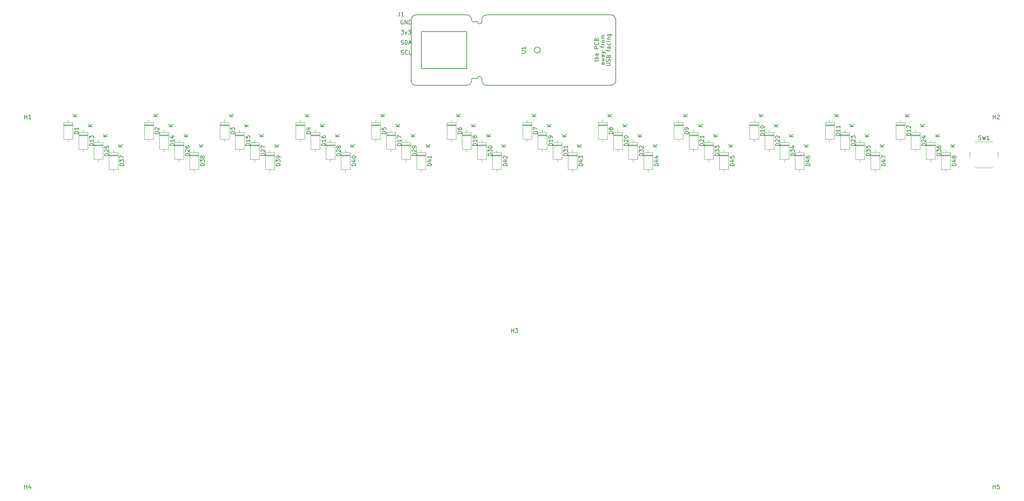
<source format=gbr>
%TF.GenerationSoftware,KiCad,Pcbnew,(5.1.6)-1*%
%TF.CreationDate,2020-05-25T17:04:52-05:00*%
%TF.ProjectId,cerkit48,6365726b-6974-4343-982e-6b696361645f,rev?*%
%TF.SameCoordinates,Original*%
%TF.FileFunction,Legend,Top*%
%TF.FilePolarity,Positive*%
%FSLAX46Y46*%
G04 Gerber Fmt 4.6, Leading zero omitted, Abs format (unit mm)*
G04 Created by KiCad (PCBNEW (5.1.6)-1) date 2020-05-25 17:04:52*
%MOMM*%
%LPD*%
G01*
G04 APERTURE LIST*
%ADD10C,0.150000*%
%ADD11C,0.120000*%
G04 APERTURE END LIST*
D10*
%TO.C,U1*%
X133430000Y-37231000D02*
X121930000Y-37231000D01*
X136154000Y-34818000D02*
X134884000Y-34818000D01*
X134630000Y-34310000D02*
X134630000Y-34564000D01*
X137170000Y-34310000D02*
X137170000Y-34820000D01*
X138440000Y-50820000D02*
X169654000Y-50820000D01*
X169654000Y-33040000D02*
X138440000Y-33040000D01*
X170924000Y-34310000D02*
X170924000Y-49550000D01*
X151915000Y-41910000D02*
G75*
G03*
X151915000Y-41910000I-750000J0D01*
G01*
X137170000Y-49042000D02*
X137170000Y-49550000D01*
X136154000Y-49042000D02*
X134884000Y-49042000D01*
X134630000Y-49296000D02*
X134630000Y-49550000D01*
X133360000Y-50820000D02*
X120660000Y-50820000D01*
X133360000Y-33040000D02*
X120660000Y-33040000D01*
X119390000Y-49550000D02*
X119390000Y-34310000D01*
X121930000Y-37231000D02*
X121930000Y-46610000D01*
X133430000Y-37231000D02*
X133430000Y-46610000D01*
X121930000Y-46610000D02*
X133430000Y-46610000D01*
X169654000Y-50820000D02*
G75*
G03*
X170924000Y-49550000I0J1270000D01*
G01*
X170924000Y-34310000D02*
G75*
G03*
X169654000Y-33040000I-1270000J0D01*
G01*
X137170000Y-49042000D02*
G75*
G03*
X136154000Y-49042000I-508000J0D01*
G01*
X137170000Y-49550000D02*
G75*
G03*
X138440000Y-50820000I1270000J0D01*
G01*
X138440000Y-33040000D02*
G75*
G03*
X137170000Y-34310000I0J-1270000D01*
G01*
X136154000Y-34818000D02*
G75*
G03*
X137170000Y-34818000I508000J0D01*
G01*
X119390000Y-49550000D02*
G75*
G03*
X120660000Y-50820000I1270000J0D01*
G01*
X120660000Y-33040000D02*
G75*
G03*
X119390000Y-34310000I0J-1270000D01*
G01*
X133360000Y-50820000D02*
G75*
G03*
X134630000Y-49550000I0J1270000D01*
G01*
X134630000Y-34310000D02*
G75*
G03*
X133360000Y-33040000I-1270000J0D01*
G01*
X134884000Y-49042000D02*
G75*
G03*
X134630000Y-49296000I0J-254000D01*
G01*
X134630000Y-34564000D02*
G75*
G03*
X134884000Y-34818000I254000J0D01*
G01*
D11*
%TO.C,SW1*%
X267100000Y-69040000D02*
X267100000Y-67540000D01*
X265850000Y-65040000D02*
X261350000Y-65040000D01*
X260100000Y-67540000D02*
X260100000Y-69040000D01*
X261350000Y-71540000D02*
X265850000Y-71540000D01*
%TO.C,D48*%
X255120000Y-68330000D02*
X252880000Y-68330000D01*
X255120000Y-68570000D02*
X252880000Y-68570000D01*
X255120000Y-68450000D02*
X252880000Y-68450000D01*
X254000000Y-72620000D02*
X254000000Y-71970000D01*
X254000000Y-67080000D02*
X254000000Y-67730000D01*
X255120000Y-71970000D02*
X255120000Y-67730000D01*
X252880000Y-71970000D02*
X255120000Y-71970000D01*
X252880000Y-67730000D02*
X252880000Y-71970000D01*
X255120000Y-67730000D02*
X252880000Y-67730000D01*
%TO.C,D47*%
X237340000Y-68330000D02*
X235100000Y-68330000D01*
X237340000Y-68570000D02*
X235100000Y-68570000D01*
X237340000Y-68450000D02*
X235100000Y-68450000D01*
X236220000Y-72620000D02*
X236220000Y-71970000D01*
X236220000Y-67080000D02*
X236220000Y-67730000D01*
X237340000Y-71970000D02*
X237340000Y-67730000D01*
X235100000Y-71970000D02*
X237340000Y-71970000D01*
X235100000Y-67730000D02*
X235100000Y-71970000D01*
X237340000Y-67730000D02*
X235100000Y-67730000D01*
%TO.C,D46*%
X218290000Y-68330000D02*
X216050000Y-68330000D01*
X218290000Y-68570000D02*
X216050000Y-68570000D01*
X218290000Y-68450000D02*
X216050000Y-68450000D01*
X217170000Y-72620000D02*
X217170000Y-71970000D01*
X217170000Y-67080000D02*
X217170000Y-67730000D01*
X218290000Y-71970000D02*
X218290000Y-67730000D01*
X216050000Y-71970000D02*
X218290000Y-71970000D01*
X216050000Y-67730000D02*
X216050000Y-71970000D01*
X218290000Y-67730000D02*
X216050000Y-67730000D01*
%TO.C,D45*%
X199240000Y-68330000D02*
X197000000Y-68330000D01*
X199240000Y-68570000D02*
X197000000Y-68570000D01*
X199240000Y-68450000D02*
X197000000Y-68450000D01*
X198120000Y-72620000D02*
X198120000Y-71970000D01*
X198120000Y-67080000D02*
X198120000Y-67730000D01*
X199240000Y-71970000D02*
X199240000Y-67730000D01*
X197000000Y-71970000D02*
X199240000Y-71970000D01*
X197000000Y-67730000D02*
X197000000Y-71970000D01*
X199240000Y-67730000D02*
X197000000Y-67730000D01*
%TO.C,D44*%
X180190000Y-68330000D02*
X177950000Y-68330000D01*
X180190000Y-68570000D02*
X177950000Y-68570000D01*
X180190000Y-68450000D02*
X177950000Y-68450000D01*
X179070000Y-72620000D02*
X179070000Y-71970000D01*
X179070000Y-67080000D02*
X179070000Y-67730000D01*
X180190000Y-71970000D02*
X180190000Y-67730000D01*
X177950000Y-71970000D02*
X180190000Y-71970000D01*
X177950000Y-67730000D02*
X177950000Y-71970000D01*
X180190000Y-67730000D02*
X177950000Y-67730000D01*
%TO.C,D43*%
X161140000Y-68330000D02*
X158900000Y-68330000D01*
X161140000Y-68570000D02*
X158900000Y-68570000D01*
X161140000Y-68450000D02*
X158900000Y-68450000D01*
X160020000Y-72620000D02*
X160020000Y-71970000D01*
X160020000Y-67080000D02*
X160020000Y-67730000D01*
X161140000Y-71970000D02*
X161140000Y-67730000D01*
X158900000Y-71970000D02*
X161140000Y-71970000D01*
X158900000Y-67730000D02*
X158900000Y-71970000D01*
X161140000Y-67730000D02*
X158900000Y-67730000D01*
%TO.C,D42*%
X142090000Y-68330000D02*
X139850000Y-68330000D01*
X142090000Y-68570000D02*
X139850000Y-68570000D01*
X142090000Y-68450000D02*
X139850000Y-68450000D01*
X140970000Y-72620000D02*
X140970000Y-71970000D01*
X140970000Y-67080000D02*
X140970000Y-67730000D01*
X142090000Y-71970000D02*
X142090000Y-67730000D01*
X139850000Y-71970000D02*
X142090000Y-71970000D01*
X139850000Y-67730000D02*
X139850000Y-71970000D01*
X142090000Y-67730000D02*
X139850000Y-67730000D01*
%TO.C,D41*%
X123040000Y-68330000D02*
X120800000Y-68330000D01*
X123040000Y-68570000D02*
X120800000Y-68570000D01*
X123040000Y-68450000D02*
X120800000Y-68450000D01*
X121920000Y-72620000D02*
X121920000Y-71970000D01*
X121920000Y-67080000D02*
X121920000Y-67730000D01*
X123040000Y-71970000D02*
X123040000Y-67730000D01*
X120800000Y-71970000D02*
X123040000Y-71970000D01*
X120800000Y-67730000D02*
X120800000Y-71970000D01*
X123040000Y-67730000D02*
X120800000Y-67730000D01*
%TO.C,D40*%
X103990000Y-68330000D02*
X101750000Y-68330000D01*
X103990000Y-68570000D02*
X101750000Y-68570000D01*
X103990000Y-68450000D02*
X101750000Y-68450000D01*
X102870000Y-72620000D02*
X102870000Y-71970000D01*
X102870000Y-67080000D02*
X102870000Y-67730000D01*
X103990000Y-71970000D02*
X103990000Y-67730000D01*
X101750000Y-71970000D02*
X103990000Y-71970000D01*
X101750000Y-67730000D02*
X101750000Y-71970000D01*
X103990000Y-67730000D02*
X101750000Y-67730000D01*
%TO.C,D39*%
X84940000Y-67730000D02*
X82700000Y-67730000D01*
X82700000Y-67730000D02*
X82700000Y-71970000D01*
X82700000Y-71970000D02*
X84940000Y-71970000D01*
X84940000Y-71970000D02*
X84940000Y-67730000D01*
X83820000Y-67080000D02*
X83820000Y-67730000D01*
X83820000Y-72620000D02*
X83820000Y-71970000D01*
X84940000Y-68450000D02*
X82700000Y-68450000D01*
X84940000Y-68570000D02*
X82700000Y-68570000D01*
X84940000Y-68330000D02*
X82700000Y-68330000D01*
%TO.C,D38*%
X65890000Y-68330000D02*
X63650000Y-68330000D01*
X65890000Y-68570000D02*
X63650000Y-68570000D01*
X65890000Y-68450000D02*
X63650000Y-68450000D01*
X64770000Y-72620000D02*
X64770000Y-71970000D01*
X64770000Y-67080000D02*
X64770000Y-67730000D01*
X65890000Y-71970000D02*
X65890000Y-67730000D01*
X63650000Y-71970000D02*
X65890000Y-71970000D01*
X63650000Y-67730000D02*
X63650000Y-71970000D01*
X65890000Y-67730000D02*
X63650000Y-67730000D01*
%TO.C,D37*%
X45570000Y-67730000D02*
X43330000Y-67730000D01*
X43330000Y-67730000D02*
X43330000Y-71970000D01*
X43330000Y-71970000D02*
X45570000Y-71970000D01*
X45570000Y-71970000D02*
X45570000Y-67730000D01*
X44450000Y-67080000D02*
X44450000Y-67730000D01*
X44450000Y-72620000D02*
X44450000Y-71970000D01*
X45570000Y-68450000D02*
X43330000Y-68450000D01*
X45570000Y-68570000D02*
X43330000Y-68570000D01*
X45570000Y-68330000D02*
X43330000Y-68330000D01*
%TO.C,D36*%
X251310000Y-65790000D02*
X249070000Y-65790000D01*
X251310000Y-66030000D02*
X249070000Y-66030000D01*
X251310000Y-65910000D02*
X249070000Y-65910000D01*
X250190000Y-70080000D02*
X250190000Y-69430000D01*
X250190000Y-64540000D02*
X250190000Y-65190000D01*
X251310000Y-69430000D02*
X251310000Y-65190000D01*
X249070000Y-69430000D02*
X251310000Y-69430000D01*
X249070000Y-65190000D02*
X249070000Y-69430000D01*
X251310000Y-65190000D02*
X249070000Y-65190000D01*
%TO.C,D35*%
X233530000Y-65790000D02*
X231290000Y-65790000D01*
X233530000Y-66030000D02*
X231290000Y-66030000D01*
X233530000Y-65910000D02*
X231290000Y-65910000D01*
X232410000Y-70080000D02*
X232410000Y-69430000D01*
X232410000Y-64540000D02*
X232410000Y-65190000D01*
X233530000Y-69430000D02*
X233530000Y-65190000D01*
X231290000Y-69430000D02*
X233530000Y-69430000D01*
X231290000Y-65190000D02*
X231290000Y-69430000D01*
X233530000Y-65190000D02*
X231290000Y-65190000D01*
%TO.C,D34*%
X214480000Y-65790000D02*
X212240000Y-65790000D01*
X214480000Y-66030000D02*
X212240000Y-66030000D01*
X214480000Y-65910000D02*
X212240000Y-65910000D01*
X213360000Y-70080000D02*
X213360000Y-69430000D01*
X213360000Y-64540000D02*
X213360000Y-65190000D01*
X214480000Y-69430000D02*
X214480000Y-65190000D01*
X212240000Y-69430000D02*
X214480000Y-69430000D01*
X212240000Y-65190000D02*
X212240000Y-69430000D01*
X214480000Y-65190000D02*
X212240000Y-65190000D01*
%TO.C,D33*%
X195430000Y-65790000D02*
X193190000Y-65790000D01*
X195430000Y-66030000D02*
X193190000Y-66030000D01*
X195430000Y-65910000D02*
X193190000Y-65910000D01*
X194310000Y-70080000D02*
X194310000Y-69430000D01*
X194310000Y-64540000D02*
X194310000Y-65190000D01*
X195430000Y-69430000D02*
X195430000Y-65190000D01*
X193190000Y-69430000D02*
X195430000Y-69430000D01*
X193190000Y-65190000D02*
X193190000Y-69430000D01*
X195430000Y-65190000D02*
X193190000Y-65190000D01*
%TO.C,D32*%
X176380000Y-65790000D02*
X174140000Y-65790000D01*
X176380000Y-66030000D02*
X174140000Y-66030000D01*
X176380000Y-65910000D02*
X174140000Y-65910000D01*
X175260000Y-70080000D02*
X175260000Y-69430000D01*
X175260000Y-64540000D02*
X175260000Y-65190000D01*
X176380000Y-69430000D02*
X176380000Y-65190000D01*
X174140000Y-69430000D02*
X176380000Y-69430000D01*
X174140000Y-65190000D02*
X174140000Y-69430000D01*
X176380000Y-65190000D02*
X174140000Y-65190000D01*
%TO.C,D31*%
X157330000Y-65790000D02*
X155090000Y-65790000D01*
X157330000Y-66030000D02*
X155090000Y-66030000D01*
X157330000Y-65910000D02*
X155090000Y-65910000D01*
X156210000Y-70080000D02*
X156210000Y-69430000D01*
X156210000Y-64540000D02*
X156210000Y-65190000D01*
X157330000Y-69430000D02*
X157330000Y-65190000D01*
X155090000Y-69430000D02*
X157330000Y-69430000D01*
X155090000Y-65190000D02*
X155090000Y-69430000D01*
X157330000Y-65190000D02*
X155090000Y-65190000D01*
%TO.C,D30*%
X138280000Y-65790000D02*
X136040000Y-65790000D01*
X138280000Y-66030000D02*
X136040000Y-66030000D01*
X138280000Y-65910000D02*
X136040000Y-65910000D01*
X137160000Y-70080000D02*
X137160000Y-69430000D01*
X137160000Y-64540000D02*
X137160000Y-65190000D01*
X138280000Y-69430000D02*
X138280000Y-65190000D01*
X136040000Y-69430000D02*
X138280000Y-69430000D01*
X136040000Y-65190000D02*
X136040000Y-69430000D01*
X138280000Y-65190000D02*
X136040000Y-65190000D01*
%TO.C,D29*%
X119230000Y-65790000D02*
X116990000Y-65790000D01*
X119230000Y-66030000D02*
X116990000Y-66030000D01*
X119230000Y-65910000D02*
X116990000Y-65910000D01*
X118110000Y-70080000D02*
X118110000Y-69430000D01*
X118110000Y-64540000D02*
X118110000Y-65190000D01*
X119230000Y-69430000D02*
X119230000Y-65190000D01*
X116990000Y-69430000D02*
X119230000Y-69430000D01*
X116990000Y-65190000D02*
X116990000Y-69430000D01*
X119230000Y-65190000D02*
X116990000Y-65190000D01*
%TO.C,D28*%
X100180000Y-65790000D02*
X97940000Y-65790000D01*
X100180000Y-66030000D02*
X97940000Y-66030000D01*
X100180000Y-65910000D02*
X97940000Y-65910000D01*
X99060000Y-70080000D02*
X99060000Y-69430000D01*
X99060000Y-64540000D02*
X99060000Y-65190000D01*
X100180000Y-69430000D02*
X100180000Y-65190000D01*
X97940000Y-69430000D02*
X100180000Y-69430000D01*
X97940000Y-65190000D02*
X97940000Y-69430000D01*
X100180000Y-65190000D02*
X97940000Y-65190000D01*
%TO.C,D27*%
X81130000Y-65190000D02*
X78890000Y-65190000D01*
X78890000Y-65190000D02*
X78890000Y-69430000D01*
X78890000Y-69430000D02*
X81130000Y-69430000D01*
X81130000Y-69430000D02*
X81130000Y-65190000D01*
X80010000Y-64540000D02*
X80010000Y-65190000D01*
X80010000Y-70080000D02*
X80010000Y-69430000D01*
X81130000Y-65910000D02*
X78890000Y-65910000D01*
X81130000Y-66030000D02*
X78890000Y-66030000D01*
X81130000Y-65790000D02*
X78890000Y-65790000D01*
%TO.C,D26*%
X62080000Y-65790000D02*
X59840000Y-65790000D01*
X62080000Y-66030000D02*
X59840000Y-66030000D01*
X62080000Y-65910000D02*
X59840000Y-65910000D01*
X60960000Y-70080000D02*
X60960000Y-69430000D01*
X60960000Y-64540000D02*
X60960000Y-65190000D01*
X62080000Y-69430000D02*
X62080000Y-65190000D01*
X59840000Y-69430000D02*
X62080000Y-69430000D01*
X59840000Y-65190000D02*
X59840000Y-69430000D01*
X62080000Y-65190000D02*
X59840000Y-65190000D01*
%TO.C,D25*%
X41760000Y-65190000D02*
X39520000Y-65190000D01*
X39520000Y-65190000D02*
X39520000Y-69430000D01*
X39520000Y-69430000D02*
X41760000Y-69430000D01*
X41760000Y-69430000D02*
X41760000Y-65190000D01*
X40640000Y-64540000D02*
X40640000Y-65190000D01*
X40640000Y-70080000D02*
X40640000Y-69430000D01*
X41760000Y-65910000D02*
X39520000Y-65910000D01*
X41760000Y-66030000D02*
X39520000Y-66030000D01*
X41760000Y-65790000D02*
X39520000Y-65790000D01*
%TO.C,D24*%
X247500000Y-63250000D02*
X245260000Y-63250000D01*
X247500000Y-63490000D02*
X245260000Y-63490000D01*
X247500000Y-63370000D02*
X245260000Y-63370000D01*
X246380000Y-67540000D02*
X246380000Y-66890000D01*
X246380000Y-62000000D02*
X246380000Y-62650000D01*
X247500000Y-66890000D02*
X247500000Y-62650000D01*
X245260000Y-66890000D02*
X247500000Y-66890000D01*
X245260000Y-62650000D02*
X245260000Y-66890000D01*
X247500000Y-62650000D02*
X245260000Y-62650000D01*
%TO.C,D23*%
X229720000Y-63250000D02*
X227480000Y-63250000D01*
X229720000Y-63490000D02*
X227480000Y-63490000D01*
X229720000Y-63370000D02*
X227480000Y-63370000D01*
X228600000Y-67540000D02*
X228600000Y-66890000D01*
X228600000Y-62000000D02*
X228600000Y-62650000D01*
X229720000Y-66890000D02*
X229720000Y-62650000D01*
X227480000Y-66890000D02*
X229720000Y-66890000D01*
X227480000Y-62650000D02*
X227480000Y-66890000D01*
X229720000Y-62650000D02*
X227480000Y-62650000D01*
%TO.C,D22*%
X210670000Y-63250000D02*
X208430000Y-63250000D01*
X210670000Y-63490000D02*
X208430000Y-63490000D01*
X210670000Y-63370000D02*
X208430000Y-63370000D01*
X209550000Y-67540000D02*
X209550000Y-66890000D01*
X209550000Y-62000000D02*
X209550000Y-62650000D01*
X210670000Y-66890000D02*
X210670000Y-62650000D01*
X208430000Y-66890000D02*
X210670000Y-66890000D01*
X208430000Y-62650000D02*
X208430000Y-66890000D01*
X210670000Y-62650000D02*
X208430000Y-62650000D01*
%TO.C,D21*%
X191620000Y-63250000D02*
X189380000Y-63250000D01*
X191620000Y-63490000D02*
X189380000Y-63490000D01*
X191620000Y-63370000D02*
X189380000Y-63370000D01*
X190500000Y-67540000D02*
X190500000Y-66890000D01*
X190500000Y-62000000D02*
X190500000Y-62650000D01*
X191620000Y-66890000D02*
X191620000Y-62650000D01*
X189380000Y-66890000D02*
X191620000Y-66890000D01*
X189380000Y-62650000D02*
X189380000Y-66890000D01*
X191620000Y-62650000D02*
X189380000Y-62650000D01*
%TO.C,D20*%
X172570000Y-63250000D02*
X170330000Y-63250000D01*
X172570000Y-63490000D02*
X170330000Y-63490000D01*
X172570000Y-63370000D02*
X170330000Y-63370000D01*
X171450000Y-67540000D02*
X171450000Y-66890000D01*
X171450000Y-62000000D02*
X171450000Y-62650000D01*
X172570000Y-66890000D02*
X172570000Y-62650000D01*
X170330000Y-66890000D02*
X172570000Y-66890000D01*
X170330000Y-62650000D02*
X170330000Y-66890000D01*
X172570000Y-62650000D02*
X170330000Y-62650000D01*
%TO.C,D19*%
X153520000Y-63250000D02*
X151280000Y-63250000D01*
X153520000Y-63490000D02*
X151280000Y-63490000D01*
X153520000Y-63370000D02*
X151280000Y-63370000D01*
X152400000Y-67540000D02*
X152400000Y-66890000D01*
X152400000Y-62000000D02*
X152400000Y-62650000D01*
X153520000Y-66890000D02*
X153520000Y-62650000D01*
X151280000Y-66890000D02*
X153520000Y-66890000D01*
X151280000Y-62650000D02*
X151280000Y-66890000D01*
X153520000Y-62650000D02*
X151280000Y-62650000D01*
%TO.C,D18*%
X134470000Y-63250000D02*
X132230000Y-63250000D01*
X134470000Y-63490000D02*
X132230000Y-63490000D01*
X134470000Y-63370000D02*
X132230000Y-63370000D01*
X133350000Y-67540000D02*
X133350000Y-66890000D01*
X133350000Y-62000000D02*
X133350000Y-62650000D01*
X134470000Y-66890000D02*
X134470000Y-62650000D01*
X132230000Y-66890000D02*
X134470000Y-66890000D01*
X132230000Y-62650000D02*
X132230000Y-66890000D01*
X134470000Y-62650000D02*
X132230000Y-62650000D01*
%TO.C,D17*%
X115420000Y-63250000D02*
X113180000Y-63250000D01*
X115420000Y-63490000D02*
X113180000Y-63490000D01*
X115420000Y-63370000D02*
X113180000Y-63370000D01*
X114300000Y-67540000D02*
X114300000Y-66890000D01*
X114300000Y-62000000D02*
X114300000Y-62650000D01*
X115420000Y-66890000D02*
X115420000Y-62650000D01*
X113180000Y-66890000D02*
X115420000Y-66890000D01*
X113180000Y-62650000D02*
X113180000Y-66890000D01*
X115420000Y-62650000D02*
X113180000Y-62650000D01*
%TO.C,D16*%
X96370000Y-63250000D02*
X94130000Y-63250000D01*
X96370000Y-63490000D02*
X94130000Y-63490000D01*
X96370000Y-63370000D02*
X94130000Y-63370000D01*
X95250000Y-67540000D02*
X95250000Y-66890000D01*
X95250000Y-62000000D02*
X95250000Y-62650000D01*
X96370000Y-66890000D02*
X96370000Y-62650000D01*
X94130000Y-66890000D02*
X96370000Y-66890000D01*
X94130000Y-62650000D02*
X94130000Y-66890000D01*
X96370000Y-62650000D02*
X94130000Y-62650000D01*
%TO.C,D15*%
X77320000Y-62650000D02*
X75080000Y-62650000D01*
X75080000Y-62650000D02*
X75080000Y-66890000D01*
X75080000Y-66890000D02*
X77320000Y-66890000D01*
X77320000Y-66890000D02*
X77320000Y-62650000D01*
X76200000Y-62000000D02*
X76200000Y-62650000D01*
X76200000Y-67540000D02*
X76200000Y-66890000D01*
X77320000Y-63370000D02*
X75080000Y-63370000D01*
X77320000Y-63490000D02*
X75080000Y-63490000D01*
X77320000Y-63250000D02*
X75080000Y-63250000D01*
%TO.C,D14*%
X58270000Y-63250000D02*
X56030000Y-63250000D01*
X58270000Y-63490000D02*
X56030000Y-63490000D01*
X58270000Y-63370000D02*
X56030000Y-63370000D01*
X57150000Y-67540000D02*
X57150000Y-66890000D01*
X57150000Y-62000000D02*
X57150000Y-62650000D01*
X58270000Y-66890000D02*
X58270000Y-62650000D01*
X56030000Y-66890000D02*
X58270000Y-66890000D01*
X56030000Y-62650000D02*
X56030000Y-66890000D01*
X58270000Y-62650000D02*
X56030000Y-62650000D01*
%TO.C,D13*%
X37950000Y-62650000D02*
X35710000Y-62650000D01*
X35710000Y-62650000D02*
X35710000Y-66890000D01*
X35710000Y-66890000D02*
X37950000Y-66890000D01*
X37950000Y-66890000D02*
X37950000Y-62650000D01*
X36830000Y-62000000D02*
X36830000Y-62650000D01*
X36830000Y-67540000D02*
X36830000Y-66890000D01*
X37950000Y-63370000D02*
X35710000Y-63370000D01*
X37950000Y-63490000D02*
X35710000Y-63490000D01*
X37950000Y-63250000D02*
X35710000Y-63250000D01*
%TO.C,D12*%
X243690000Y-60710000D02*
X241450000Y-60710000D01*
X243690000Y-60950000D02*
X241450000Y-60950000D01*
X243690000Y-60830000D02*
X241450000Y-60830000D01*
X242570000Y-65000000D02*
X242570000Y-64350000D01*
X242570000Y-59460000D02*
X242570000Y-60110000D01*
X243690000Y-64350000D02*
X243690000Y-60110000D01*
X241450000Y-64350000D02*
X243690000Y-64350000D01*
X241450000Y-60110000D02*
X241450000Y-64350000D01*
X243690000Y-60110000D02*
X241450000Y-60110000D01*
%TO.C,D11*%
X225910000Y-60710000D02*
X223670000Y-60710000D01*
X225910000Y-60950000D02*
X223670000Y-60950000D01*
X225910000Y-60830000D02*
X223670000Y-60830000D01*
X224790000Y-65000000D02*
X224790000Y-64350000D01*
X224790000Y-59460000D02*
X224790000Y-60110000D01*
X225910000Y-64350000D02*
X225910000Y-60110000D01*
X223670000Y-64350000D02*
X225910000Y-64350000D01*
X223670000Y-60110000D02*
X223670000Y-64350000D01*
X225910000Y-60110000D02*
X223670000Y-60110000D01*
%TO.C,D10*%
X206860000Y-60710000D02*
X204620000Y-60710000D01*
X206860000Y-60950000D02*
X204620000Y-60950000D01*
X206860000Y-60830000D02*
X204620000Y-60830000D01*
X205740000Y-65000000D02*
X205740000Y-64350000D01*
X205740000Y-59460000D02*
X205740000Y-60110000D01*
X206860000Y-64350000D02*
X206860000Y-60110000D01*
X204620000Y-64350000D02*
X206860000Y-64350000D01*
X204620000Y-60110000D02*
X204620000Y-64350000D01*
X206860000Y-60110000D02*
X204620000Y-60110000D01*
%TO.C,D9*%
X187810000Y-60710000D02*
X185570000Y-60710000D01*
X187810000Y-60950000D02*
X185570000Y-60950000D01*
X187810000Y-60830000D02*
X185570000Y-60830000D01*
X186690000Y-65000000D02*
X186690000Y-64350000D01*
X186690000Y-59460000D02*
X186690000Y-60110000D01*
X187810000Y-64350000D02*
X187810000Y-60110000D01*
X185570000Y-64350000D02*
X187810000Y-64350000D01*
X185570000Y-60110000D02*
X185570000Y-64350000D01*
X187810000Y-60110000D02*
X185570000Y-60110000D01*
%TO.C,D8*%
X168760000Y-60710000D02*
X166520000Y-60710000D01*
X168760000Y-60950000D02*
X166520000Y-60950000D01*
X168760000Y-60830000D02*
X166520000Y-60830000D01*
X167640000Y-65000000D02*
X167640000Y-64350000D01*
X167640000Y-59460000D02*
X167640000Y-60110000D01*
X168760000Y-64350000D02*
X168760000Y-60110000D01*
X166520000Y-64350000D02*
X168760000Y-64350000D01*
X166520000Y-60110000D02*
X166520000Y-64350000D01*
X168760000Y-60110000D02*
X166520000Y-60110000D01*
%TO.C,D7*%
X149710000Y-60710000D02*
X147470000Y-60710000D01*
X149710000Y-60950000D02*
X147470000Y-60950000D01*
X149710000Y-60830000D02*
X147470000Y-60830000D01*
X148590000Y-65000000D02*
X148590000Y-64350000D01*
X148590000Y-59460000D02*
X148590000Y-60110000D01*
X149710000Y-64350000D02*
X149710000Y-60110000D01*
X147470000Y-64350000D02*
X149710000Y-64350000D01*
X147470000Y-60110000D02*
X147470000Y-64350000D01*
X149710000Y-60110000D02*
X147470000Y-60110000D01*
%TO.C,D6*%
X130660000Y-60710000D02*
X128420000Y-60710000D01*
X130660000Y-60950000D02*
X128420000Y-60950000D01*
X130660000Y-60830000D02*
X128420000Y-60830000D01*
X129540000Y-65000000D02*
X129540000Y-64350000D01*
X129540000Y-59460000D02*
X129540000Y-60110000D01*
X130660000Y-64350000D02*
X130660000Y-60110000D01*
X128420000Y-64350000D02*
X130660000Y-64350000D01*
X128420000Y-60110000D02*
X128420000Y-64350000D01*
X130660000Y-60110000D02*
X128420000Y-60110000D01*
%TO.C,D5*%
X111610000Y-60710000D02*
X109370000Y-60710000D01*
X111610000Y-60950000D02*
X109370000Y-60950000D01*
X111610000Y-60830000D02*
X109370000Y-60830000D01*
X110490000Y-65000000D02*
X110490000Y-64350000D01*
X110490000Y-59460000D02*
X110490000Y-60110000D01*
X111610000Y-64350000D02*
X111610000Y-60110000D01*
X109370000Y-64350000D02*
X111610000Y-64350000D01*
X109370000Y-60110000D02*
X109370000Y-64350000D01*
X111610000Y-60110000D02*
X109370000Y-60110000D01*
%TO.C,D4*%
X92560000Y-60710000D02*
X90320000Y-60710000D01*
X92560000Y-60950000D02*
X90320000Y-60950000D01*
X92560000Y-60830000D02*
X90320000Y-60830000D01*
X91440000Y-65000000D02*
X91440000Y-64350000D01*
X91440000Y-59460000D02*
X91440000Y-60110000D01*
X92560000Y-64350000D02*
X92560000Y-60110000D01*
X90320000Y-64350000D02*
X92560000Y-64350000D01*
X90320000Y-60110000D02*
X90320000Y-64350000D01*
X92560000Y-60110000D02*
X90320000Y-60110000D01*
%TO.C,D3*%
X73510000Y-60110000D02*
X71270000Y-60110000D01*
X71270000Y-60110000D02*
X71270000Y-64350000D01*
X71270000Y-64350000D02*
X73510000Y-64350000D01*
X73510000Y-64350000D02*
X73510000Y-60110000D01*
X72390000Y-59460000D02*
X72390000Y-60110000D01*
X72390000Y-65000000D02*
X72390000Y-64350000D01*
X73510000Y-60830000D02*
X71270000Y-60830000D01*
X73510000Y-60950000D02*
X71270000Y-60950000D01*
X73510000Y-60710000D02*
X71270000Y-60710000D01*
%TO.C,D2*%
X54460000Y-60710000D02*
X52220000Y-60710000D01*
X54460000Y-60950000D02*
X52220000Y-60950000D01*
X54460000Y-60830000D02*
X52220000Y-60830000D01*
X53340000Y-65000000D02*
X53340000Y-64350000D01*
X53340000Y-59460000D02*
X53340000Y-60110000D01*
X54460000Y-64350000D02*
X54460000Y-60110000D01*
X52220000Y-64350000D02*
X54460000Y-64350000D01*
X52220000Y-60110000D02*
X52220000Y-64350000D01*
X54460000Y-60110000D02*
X52220000Y-60110000D01*
%TO.C,D1*%
X34140000Y-60110000D02*
X31900000Y-60110000D01*
X31900000Y-60110000D02*
X31900000Y-64350000D01*
X31900000Y-64350000D02*
X34140000Y-64350000D01*
X34140000Y-64350000D02*
X34140000Y-60110000D01*
X33020000Y-59460000D02*
X33020000Y-60110000D01*
X33020000Y-65000000D02*
X33020000Y-64350000D01*
X34140000Y-60830000D02*
X31900000Y-60830000D01*
X34140000Y-60950000D02*
X31900000Y-60950000D01*
X34140000Y-60710000D02*
X31900000Y-60710000D01*
%TO.C,J1*%
D10*
X116506666Y-32337380D02*
X116506666Y-33051666D01*
X116459047Y-33194523D01*
X116363809Y-33289761D01*
X116220952Y-33337380D01*
X116125714Y-33337380D01*
X117506666Y-33337380D02*
X116935238Y-33337380D01*
X117220952Y-33337380D02*
X117220952Y-32337380D01*
X117125714Y-32480238D01*
X117030476Y-32575476D01*
X116935238Y-32623095D01*
X116919523Y-42949761D02*
X117062380Y-42997380D01*
X117300476Y-42997380D01*
X117395714Y-42949761D01*
X117443333Y-42902142D01*
X117490952Y-42806904D01*
X117490952Y-42711666D01*
X117443333Y-42616428D01*
X117395714Y-42568809D01*
X117300476Y-42521190D01*
X117110000Y-42473571D01*
X117014761Y-42425952D01*
X116967142Y-42378333D01*
X116919523Y-42283095D01*
X116919523Y-42187857D01*
X116967142Y-42092619D01*
X117014761Y-42045000D01*
X117110000Y-41997380D01*
X117348095Y-41997380D01*
X117490952Y-42045000D01*
X118490952Y-42902142D02*
X118443333Y-42949761D01*
X118300476Y-42997380D01*
X118205238Y-42997380D01*
X118062380Y-42949761D01*
X117967142Y-42854523D01*
X117919523Y-42759285D01*
X117871904Y-42568809D01*
X117871904Y-42425952D01*
X117919523Y-42235476D01*
X117967142Y-42140238D01*
X118062380Y-42045000D01*
X118205238Y-41997380D01*
X118300476Y-41997380D01*
X118443333Y-42045000D01*
X118490952Y-42092619D01*
X119395714Y-42997380D02*
X118919523Y-42997380D01*
X118919523Y-41997380D01*
X116895714Y-40409761D02*
X117038571Y-40457380D01*
X117276666Y-40457380D01*
X117371904Y-40409761D01*
X117419523Y-40362142D01*
X117467142Y-40266904D01*
X117467142Y-40171666D01*
X117419523Y-40076428D01*
X117371904Y-40028809D01*
X117276666Y-39981190D01*
X117086190Y-39933571D01*
X116990952Y-39885952D01*
X116943333Y-39838333D01*
X116895714Y-39743095D01*
X116895714Y-39647857D01*
X116943333Y-39552619D01*
X116990952Y-39505000D01*
X117086190Y-39457380D01*
X117324285Y-39457380D01*
X117467142Y-39505000D01*
X117895714Y-40457380D02*
X117895714Y-39457380D01*
X118133809Y-39457380D01*
X118276666Y-39505000D01*
X118371904Y-39600238D01*
X118419523Y-39695476D01*
X118467142Y-39885952D01*
X118467142Y-40028809D01*
X118419523Y-40219285D01*
X118371904Y-40314523D01*
X118276666Y-40409761D01*
X118133809Y-40457380D01*
X117895714Y-40457380D01*
X118848095Y-40171666D02*
X119324285Y-40171666D01*
X118752857Y-40457380D02*
X119086190Y-39457380D01*
X119419523Y-40457380D01*
X116919523Y-36917380D02*
X117538571Y-36917380D01*
X117205238Y-37298333D01*
X117348095Y-37298333D01*
X117443333Y-37345952D01*
X117490952Y-37393571D01*
X117538571Y-37488809D01*
X117538571Y-37726904D01*
X117490952Y-37822142D01*
X117443333Y-37869761D01*
X117348095Y-37917380D01*
X117062380Y-37917380D01*
X116967142Y-37869761D01*
X116919523Y-37822142D01*
X117871904Y-37250714D02*
X118110000Y-37917380D01*
X118348095Y-37250714D01*
X118633809Y-36917380D02*
X119252857Y-36917380D01*
X118919523Y-37298333D01*
X119062380Y-37298333D01*
X119157619Y-37345952D01*
X119205238Y-37393571D01*
X119252857Y-37488809D01*
X119252857Y-37726904D01*
X119205238Y-37822142D01*
X119157619Y-37869761D01*
X119062380Y-37917380D01*
X118776666Y-37917380D01*
X118681428Y-37869761D01*
X118633809Y-37822142D01*
X117348095Y-34425000D02*
X117252857Y-34377380D01*
X117110000Y-34377380D01*
X116967142Y-34425000D01*
X116871904Y-34520238D01*
X116824285Y-34615476D01*
X116776666Y-34805952D01*
X116776666Y-34948809D01*
X116824285Y-35139285D01*
X116871904Y-35234523D01*
X116967142Y-35329761D01*
X117110000Y-35377380D01*
X117205238Y-35377380D01*
X117348095Y-35329761D01*
X117395714Y-35282142D01*
X117395714Y-34948809D01*
X117205238Y-34948809D01*
X117824285Y-35377380D02*
X117824285Y-34377380D01*
X118395714Y-35377380D01*
X118395714Y-34377380D01*
X118871904Y-35377380D02*
X118871904Y-34377380D01*
X119110000Y-34377380D01*
X119252857Y-34425000D01*
X119348095Y-34520238D01*
X119395714Y-34615476D01*
X119443333Y-34805952D01*
X119443333Y-34948809D01*
X119395714Y-35139285D01*
X119348095Y-35234523D01*
X119252857Y-35329761D01*
X119110000Y-35377380D01*
X118871904Y-35377380D01*
%TO.C,H5*%
X265938095Y-152462380D02*
X265938095Y-151462380D01*
X265938095Y-151938571D02*
X266509523Y-151938571D01*
X266509523Y-152462380D02*
X266509523Y-151462380D01*
X267461904Y-151462380D02*
X266985714Y-151462380D01*
X266938095Y-151938571D01*
X266985714Y-151890952D01*
X267080952Y-151843333D01*
X267319047Y-151843333D01*
X267414285Y-151890952D01*
X267461904Y-151938571D01*
X267509523Y-152033809D01*
X267509523Y-152271904D01*
X267461904Y-152367142D01*
X267414285Y-152414761D01*
X267319047Y-152462380D01*
X267080952Y-152462380D01*
X266985714Y-152414761D01*
X266938095Y-152367142D01*
%TO.C,H4*%
X22098095Y-152462380D02*
X22098095Y-151462380D01*
X22098095Y-151938571D02*
X22669523Y-151938571D01*
X22669523Y-152462380D02*
X22669523Y-151462380D01*
X23574285Y-151795714D02*
X23574285Y-152462380D01*
X23336190Y-151414761D02*
X23098095Y-152129047D01*
X23717142Y-152129047D01*
%TO.C,H3*%
X144653095Y-113092380D02*
X144653095Y-112092380D01*
X144653095Y-112568571D02*
X145224523Y-112568571D01*
X145224523Y-113092380D02*
X145224523Y-112092380D01*
X145605476Y-112092380D02*
X146224523Y-112092380D01*
X145891190Y-112473333D01*
X146034047Y-112473333D01*
X146129285Y-112520952D01*
X146176904Y-112568571D01*
X146224523Y-112663809D01*
X146224523Y-112901904D01*
X146176904Y-112997142D01*
X146129285Y-113044761D01*
X146034047Y-113092380D01*
X145748333Y-113092380D01*
X145653095Y-113044761D01*
X145605476Y-112997142D01*
%TO.C,H2*%
X265938095Y-59262380D02*
X265938095Y-58262380D01*
X265938095Y-58738571D02*
X266509523Y-58738571D01*
X266509523Y-59262380D02*
X266509523Y-58262380D01*
X266938095Y-58357619D02*
X266985714Y-58310000D01*
X267080952Y-58262380D01*
X267319047Y-58262380D01*
X267414285Y-58310000D01*
X267461904Y-58357619D01*
X267509523Y-58452857D01*
X267509523Y-58548095D01*
X267461904Y-58690952D01*
X266890476Y-59262380D01*
X267509523Y-59262380D01*
%TO.C,H1*%
X22098095Y-59262380D02*
X22098095Y-58262380D01*
X22098095Y-58738571D02*
X22669523Y-58738571D01*
X22669523Y-59262380D02*
X22669523Y-58262380D01*
X23669523Y-59262380D02*
X23098095Y-59262380D01*
X23383809Y-59262380D02*
X23383809Y-58262380D01*
X23288571Y-58405238D01*
X23193333Y-58500476D01*
X23098095Y-58548095D01*
%TO.C,U1*%
X147192380Y-42681904D02*
X148001904Y-42681904D01*
X148097142Y-42634285D01*
X148144761Y-42586666D01*
X148192380Y-42491428D01*
X148192380Y-42300952D01*
X148144761Y-42205714D01*
X148097142Y-42158095D01*
X148001904Y-42110476D01*
X147192380Y-42110476D01*
X148192380Y-41110476D02*
X148192380Y-41681904D01*
X148192380Y-41396190D02*
X147192380Y-41396190D01*
X147335238Y-41491428D01*
X147430476Y-41586666D01*
X147478095Y-41681904D01*
X168562380Y-45812380D02*
X169371904Y-45812380D01*
X169467142Y-45764761D01*
X169514761Y-45717142D01*
X169562380Y-45621904D01*
X169562380Y-45431428D01*
X169514761Y-45336190D01*
X169467142Y-45288571D01*
X169371904Y-45240952D01*
X168562380Y-45240952D01*
X169514761Y-44812380D02*
X169562380Y-44669523D01*
X169562380Y-44431428D01*
X169514761Y-44336190D01*
X169467142Y-44288571D01*
X169371904Y-44240952D01*
X169276666Y-44240952D01*
X169181428Y-44288571D01*
X169133809Y-44336190D01*
X169086190Y-44431428D01*
X169038571Y-44621904D01*
X168990952Y-44717142D01*
X168943333Y-44764761D01*
X168848095Y-44812380D01*
X168752857Y-44812380D01*
X168657619Y-44764761D01*
X168610000Y-44717142D01*
X168562380Y-44621904D01*
X168562380Y-44383809D01*
X168610000Y-44240952D01*
X169038571Y-43479047D02*
X169086190Y-43336190D01*
X169133809Y-43288571D01*
X169229047Y-43240952D01*
X169371904Y-43240952D01*
X169467142Y-43288571D01*
X169514761Y-43336190D01*
X169562380Y-43431428D01*
X169562380Y-43812380D01*
X168562380Y-43812380D01*
X168562380Y-43479047D01*
X168610000Y-43383809D01*
X168657619Y-43336190D01*
X168752857Y-43288571D01*
X168848095Y-43288571D01*
X168943333Y-43336190D01*
X168990952Y-43383809D01*
X169038571Y-43479047D01*
X169038571Y-43812380D01*
X168895714Y-42193333D02*
X168895714Y-41812380D01*
X169562380Y-42050476D02*
X168705238Y-42050476D01*
X168610000Y-42002857D01*
X168562380Y-41907619D01*
X168562380Y-41812380D01*
X169562380Y-41050476D02*
X169038571Y-41050476D01*
X168943333Y-41098095D01*
X168895714Y-41193333D01*
X168895714Y-41383809D01*
X168943333Y-41479047D01*
X169514761Y-41050476D02*
X169562380Y-41145714D01*
X169562380Y-41383809D01*
X169514761Y-41479047D01*
X169419523Y-41526666D01*
X169324285Y-41526666D01*
X169229047Y-41479047D01*
X169181428Y-41383809D01*
X169181428Y-41145714D01*
X169133809Y-41050476D01*
X169514761Y-40145714D02*
X169562380Y-40240952D01*
X169562380Y-40431428D01*
X169514761Y-40526666D01*
X169467142Y-40574285D01*
X169371904Y-40621904D01*
X169086190Y-40621904D01*
X168990952Y-40574285D01*
X168943333Y-40526666D01*
X168895714Y-40431428D01*
X168895714Y-40240952D01*
X168943333Y-40145714D01*
X169562380Y-39717142D02*
X168895714Y-39717142D01*
X168562380Y-39717142D02*
X168610000Y-39764761D01*
X168657619Y-39717142D01*
X168610000Y-39669523D01*
X168562380Y-39717142D01*
X168657619Y-39717142D01*
X168895714Y-39240952D02*
X169562380Y-39240952D01*
X168990952Y-39240952D02*
X168943333Y-39193333D01*
X168895714Y-39098095D01*
X168895714Y-38955238D01*
X168943333Y-38860000D01*
X169038571Y-38812380D01*
X169562380Y-38812380D01*
X168895714Y-37907619D02*
X169705238Y-37907619D01*
X169800476Y-37955238D01*
X169848095Y-38002857D01*
X169895714Y-38098095D01*
X169895714Y-38240952D01*
X169848095Y-38336190D01*
X169514761Y-37907619D02*
X169562380Y-38002857D01*
X169562380Y-38193333D01*
X169514761Y-38288571D01*
X169467142Y-38336190D01*
X169371904Y-38383809D01*
X169086190Y-38383809D01*
X168990952Y-38336190D01*
X168943333Y-38288571D01*
X168895714Y-38193333D01*
X168895714Y-38002857D01*
X168943333Y-37907619D01*
X165895714Y-44812380D02*
X165895714Y-44431428D01*
X165562380Y-44669523D02*
X166419523Y-44669523D01*
X166514761Y-44621904D01*
X166562380Y-44526666D01*
X166562380Y-44431428D01*
X166562380Y-44098095D02*
X165562380Y-44098095D01*
X166562380Y-43669523D02*
X166038571Y-43669523D01*
X165943333Y-43717142D01*
X165895714Y-43812380D01*
X165895714Y-43955238D01*
X165943333Y-44050476D01*
X165990952Y-44098095D01*
X166514761Y-42812380D02*
X166562380Y-42907619D01*
X166562380Y-43098095D01*
X166514761Y-43193333D01*
X166419523Y-43240952D01*
X166038571Y-43240952D01*
X165943333Y-43193333D01*
X165895714Y-43098095D01*
X165895714Y-42907619D01*
X165943333Y-42812380D01*
X166038571Y-42764761D01*
X166133809Y-42764761D01*
X166229047Y-43240952D01*
X166562380Y-41574285D02*
X165562380Y-41574285D01*
X165562380Y-41193333D01*
X165610000Y-41098095D01*
X165657619Y-41050476D01*
X165752857Y-41002857D01*
X165895714Y-41002857D01*
X165990952Y-41050476D01*
X166038571Y-41098095D01*
X166086190Y-41193333D01*
X166086190Y-41574285D01*
X166467142Y-40002857D02*
X166514761Y-40050476D01*
X166562380Y-40193333D01*
X166562380Y-40288571D01*
X166514761Y-40431428D01*
X166419523Y-40526666D01*
X166324285Y-40574285D01*
X166133809Y-40621904D01*
X165990952Y-40621904D01*
X165800476Y-40574285D01*
X165705238Y-40526666D01*
X165610000Y-40431428D01*
X165562380Y-40288571D01*
X165562380Y-40193333D01*
X165610000Y-40050476D01*
X165657619Y-40002857D01*
X166038571Y-39240952D02*
X166086190Y-39098095D01*
X166133809Y-39050476D01*
X166229047Y-39002857D01*
X166371904Y-39002857D01*
X166467142Y-39050476D01*
X166514761Y-39098095D01*
X166562380Y-39193333D01*
X166562380Y-39574285D01*
X165562380Y-39574285D01*
X165562380Y-39240952D01*
X165610000Y-39145714D01*
X165657619Y-39098095D01*
X165752857Y-39050476D01*
X165848095Y-39050476D01*
X165943333Y-39098095D01*
X165990952Y-39145714D01*
X166038571Y-39240952D01*
X166038571Y-39574285D01*
X168062380Y-45098095D02*
X167538571Y-45098095D01*
X167443333Y-45145714D01*
X167395714Y-45240952D01*
X167395714Y-45431428D01*
X167443333Y-45526666D01*
X168014761Y-45098095D02*
X168062380Y-45193333D01*
X168062380Y-45431428D01*
X168014761Y-45526666D01*
X167919523Y-45574285D01*
X167824285Y-45574285D01*
X167729047Y-45526666D01*
X167681428Y-45431428D01*
X167681428Y-45193333D01*
X167633809Y-45098095D01*
X167395714Y-44717142D02*
X168062380Y-44526666D01*
X167586190Y-44336190D01*
X168062380Y-44145714D01*
X167395714Y-43955238D01*
X168062380Y-43145714D02*
X167538571Y-43145714D01*
X167443333Y-43193333D01*
X167395714Y-43288571D01*
X167395714Y-43479047D01*
X167443333Y-43574285D01*
X168014761Y-43145714D02*
X168062380Y-43240952D01*
X168062380Y-43479047D01*
X168014761Y-43574285D01*
X167919523Y-43621904D01*
X167824285Y-43621904D01*
X167729047Y-43574285D01*
X167681428Y-43479047D01*
X167681428Y-43240952D01*
X167633809Y-43145714D01*
X167395714Y-42764761D02*
X168062380Y-42526666D01*
X167395714Y-42288571D02*
X168062380Y-42526666D01*
X168300476Y-42621904D01*
X168348095Y-42669523D01*
X168395714Y-42764761D01*
X167395714Y-41288571D02*
X167395714Y-40907619D01*
X168062380Y-41145714D02*
X167205238Y-41145714D01*
X167110000Y-41098095D01*
X167062380Y-41002857D01*
X167062380Y-40907619D01*
X168062380Y-40574285D02*
X167395714Y-40574285D01*
X167586190Y-40574285D02*
X167490952Y-40526666D01*
X167443333Y-40479047D01*
X167395714Y-40383809D01*
X167395714Y-40288571D01*
X168062380Y-39812380D02*
X168014761Y-39907619D01*
X167967142Y-39955238D01*
X167871904Y-40002857D01*
X167586190Y-40002857D01*
X167490952Y-39955238D01*
X167443333Y-39907619D01*
X167395714Y-39812380D01*
X167395714Y-39669523D01*
X167443333Y-39574285D01*
X167490952Y-39526666D01*
X167586190Y-39479047D01*
X167871904Y-39479047D01*
X167967142Y-39526666D01*
X168014761Y-39574285D01*
X168062380Y-39669523D01*
X168062380Y-39812380D01*
X168062380Y-39050476D02*
X167395714Y-39050476D01*
X167490952Y-39050476D02*
X167443333Y-39002857D01*
X167395714Y-38907619D01*
X167395714Y-38764761D01*
X167443333Y-38669523D01*
X167538571Y-38621904D01*
X168062380Y-38621904D01*
X167538571Y-38621904D02*
X167443333Y-38574285D01*
X167395714Y-38479047D01*
X167395714Y-38336190D01*
X167443333Y-38240952D01*
X167538571Y-38193333D01*
X168062380Y-38193333D01*
%TO.C,SW1*%
X262266666Y-64444761D02*
X262409523Y-64492380D01*
X262647619Y-64492380D01*
X262742857Y-64444761D01*
X262790476Y-64397142D01*
X262838095Y-64301904D01*
X262838095Y-64206666D01*
X262790476Y-64111428D01*
X262742857Y-64063809D01*
X262647619Y-64016190D01*
X262457142Y-63968571D01*
X262361904Y-63920952D01*
X262314285Y-63873333D01*
X262266666Y-63778095D01*
X262266666Y-63682857D01*
X262314285Y-63587619D01*
X262361904Y-63540000D01*
X262457142Y-63492380D01*
X262695238Y-63492380D01*
X262838095Y-63540000D01*
X263171428Y-63492380D02*
X263409523Y-64492380D01*
X263600000Y-63778095D01*
X263790476Y-64492380D01*
X264028571Y-63492380D01*
X264933333Y-64492380D02*
X264361904Y-64492380D01*
X264647619Y-64492380D02*
X264647619Y-63492380D01*
X264552380Y-63635238D01*
X264457142Y-63730476D01*
X264361904Y-63778095D01*
%TO.C,D48*%
X256572380Y-71064285D02*
X255572380Y-71064285D01*
X255572380Y-70826190D01*
X255620000Y-70683333D01*
X255715238Y-70588095D01*
X255810476Y-70540476D01*
X256000952Y-70492857D01*
X256143809Y-70492857D01*
X256334285Y-70540476D01*
X256429523Y-70588095D01*
X256524761Y-70683333D01*
X256572380Y-70826190D01*
X256572380Y-71064285D01*
X255905714Y-69635714D02*
X256572380Y-69635714D01*
X255524761Y-69873809D02*
X256239047Y-70111904D01*
X256239047Y-69492857D01*
X256000952Y-68969047D02*
X255953333Y-69064285D01*
X255905714Y-69111904D01*
X255810476Y-69159523D01*
X255762857Y-69159523D01*
X255667619Y-69111904D01*
X255620000Y-69064285D01*
X255572380Y-68969047D01*
X255572380Y-68778571D01*
X255620000Y-68683333D01*
X255667619Y-68635714D01*
X255762857Y-68588095D01*
X255810476Y-68588095D01*
X255905714Y-68635714D01*
X255953333Y-68683333D01*
X256000952Y-68778571D01*
X256000952Y-68969047D01*
X256048571Y-69064285D01*
X256096190Y-69111904D01*
X256191428Y-69159523D01*
X256381904Y-69159523D01*
X256477142Y-69111904D01*
X256524761Y-69064285D01*
X256572380Y-68969047D01*
X256572380Y-68778571D01*
X256524761Y-68683333D01*
X256477142Y-68635714D01*
X256381904Y-68588095D01*
X256191428Y-68588095D01*
X256096190Y-68635714D01*
X256048571Y-68683333D01*
X256000952Y-68778571D01*
X256252380Y-66301904D02*
X255252380Y-66301904D01*
X256252380Y-65730476D02*
X255680952Y-66159047D01*
X255252380Y-65730476D02*
X255823809Y-66301904D01*
%TO.C,D47*%
X238792380Y-71064285D02*
X237792380Y-71064285D01*
X237792380Y-70826190D01*
X237840000Y-70683333D01*
X237935238Y-70588095D01*
X238030476Y-70540476D01*
X238220952Y-70492857D01*
X238363809Y-70492857D01*
X238554285Y-70540476D01*
X238649523Y-70588095D01*
X238744761Y-70683333D01*
X238792380Y-70826190D01*
X238792380Y-71064285D01*
X238125714Y-69635714D02*
X238792380Y-69635714D01*
X237744761Y-69873809D02*
X238459047Y-70111904D01*
X238459047Y-69492857D01*
X237792380Y-69207142D02*
X237792380Y-68540476D01*
X238792380Y-68969047D01*
X238472380Y-66301904D02*
X237472380Y-66301904D01*
X238472380Y-65730476D02*
X237900952Y-66159047D01*
X237472380Y-65730476D02*
X238043809Y-66301904D01*
%TO.C,D46*%
X219742380Y-71064285D02*
X218742380Y-71064285D01*
X218742380Y-70826190D01*
X218790000Y-70683333D01*
X218885238Y-70588095D01*
X218980476Y-70540476D01*
X219170952Y-70492857D01*
X219313809Y-70492857D01*
X219504285Y-70540476D01*
X219599523Y-70588095D01*
X219694761Y-70683333D01*
X219742380Y-70826190D01*
X219742380Y-71064285D01*
X219075714Y-69635714D02*
X219742380Y-69635714D01*
X218694761Y-69873809D02*
X219409047Y-70111904D01*
X219409047Y-69492857D01*
X218742380Y-68683333D02*
X218742380Y-68873809D01*
X218790000Y-68969047D01*
X218837619Y-69016666D01*
X218980476Y-69111904D01*
X219170952Y-69159523D01*
X219551904Y-69159523D01*
X219647142Y-69111904D01*
X219694761Y-69064285D01*
X219742380Y-68969047D01*
X219742380Y-68778571D01*
X219694761Y-68683333D01*
X219647142Y-68635714D01*
X219551904Y-68588095D01*
X219313809Y-68588095D01*
X219218571Y-68635714D01*
X219170952Y-68683333D01*
X219123333Y-68778571D01*
X219123333Y-68969047D01*
X219170952Y-69064285D01*
X219218571Y-69111904D01*
X219313809Y-69159523D01*
X219422380Y-66301904D02*
X218422380Y-66301904D01*
X219422380Y-65730476D02*
X218850952Y-66159047D01*
X218422380Y-65730476D02*
X218993809Y-66301904D01*
%TO.C,D45*%
X200692380Y-71064285D02*
X199692380Y-71064285D01*
X199692380Y-70826190D01*
X199740000Y-70683333D01*
X199835238Y-70588095D01*
X199930476Y-70540476D01*
X200120952Y-70492857D01*
X200263809Y-70492857D01*
X200454285Y-70540476D01*
X200549523Y-70588095D01*
X200644761Y-70683333D01*
X200692380Y-70826190D01*
X200692380Y-71064285D01*
X200025714Y-69635714D02*
X200692380Y-69635714D01*
X199644761Y-69873809D02*
X200359047Y-70111904D01*
X200359047Y-69492857D01*
X199692380Y-68635714D02*
X199692380Y-69111904D01*
X200168571Y-69159523D01*
X200120952Y-69111904D01*
X200073333Y-69016666D01*
X200073333Y-68778571D01*
X200120952Y-68683333D01*
X200168571Y-68635714D01*
X200263809Y-68588095D01*
X200501904Y-68588095D01*
X200597142Y-68635714D01*
X200644761Y-68683333D01*
X200692380Y-68778571D01*
X200692380Y-69016666D01*
X200644761Y-69111904D01*
X200597142Y-69159523D01*
X200372380Y-66301904D02*
X199372380Y-66301904D01*
X200372380Y-65730476D02*
X199800952Y-66159047D01*
X199372380Y-65730476D02*
X199943809Y-66301904D01*
%TO.C,D44*%
X181642380Y-71064285D02*
X180642380Y-71064285D01*
X180642380Y-70826190D01*
X180690000Y-70683333D01*
X180785238Y-70588095D01*
X180880476Y-70540476D01*
X181070952Y-70492857D01*
X181213809Y-70492857D01*
X181404285Y-70540476D01*
X181499523Y-70588095D01*
X181594761Y-70683333D01*
X181642380Y-70826190D01*
X181642380Y-71064285D01*
X180975714Y-69635714D02*
X181642380Y-69635714D01*
X180594761Y-69873809D02*
X181309047Y-70111904D01*
X181309047Y-69492857D01*
X180975714Y-68683333D02*
X181642380Y-68683333D01*
X180594761Y-68921428D02*
X181309047Y-69159523D01*
X181309047Y-68540476D01*
X181322380Y-66301904D02*
X180322380Y-66301904D01*
X181322380Y-65730476D02*
X180750952Y-66159047D01*
X180322380Y-65730476D02*
X180893809Y-66301904D01*
%TO.C,D43*%
X162592380Y-71064285D02*
X161592380Y-71064285D01*
X161592380Y-70826190D01*
X161640000Y-70683333D01*
X161735238Y-70588095D01*
X161830476Y-70540476D01*
X162020952Y-70492857D01*
X162163809Y-70492857D01*
X162354285Y-70540476D01*
X162449523Y-70588095D01*
X162544761Y-70683333D01*
X162592380Y-70826190D01*
X162592380Y-71064285D01*
X161925714Y-69635714D02*
X162592380Y-69635714D01*
X161544761Y-69873809D02*
X162259047Y-70111904D01*
X162259047Y-69492857D01*
X161592380Y-69207142D02*
X161592380Y-68588095D01*
X161973333Y-68921428D01*
X161973333Y-68778571D01*
X162020952Y-68683333D01*
X162068571Y-68635714D01*
X162163809Y-68588095D01*
X162401904Y-68588095D01*
X162497142Y-68635714D01*
X162544761Y-68683333D01*
X162592380Y-68778571D01*
X162592380Y-69064285D01*
X162544761Y-69159523D01*
X162497142Y-69207142D01*
X162272380Y-66301904D02*
X161272380Y-66301904D01*
X162272380Y-65730476D02*
X161700952Y-66159047D01*
X161272380Y-65730476D02*
X161843809Y-66301904D01*
%TO.C,D42*%
X143542380Y-71064285D02*
X142542380Y-71064285D01*
X142542380Y-70826190D01*
X142590000Y-70683333D01*
X142685238Y-70588095D01*
X142780476Y-70540476D01*
X142970952Y-70492857D01*
X143113809Y-70492857D01*
X143304285Y-70540476D01*
X143399523Y-70588095D01*
X143494761Y-70683333D01*
X143542380Y-70826190D01*
X143542380Y-71064285D01*
X142875714Y-69635714D02*
X143542380Y-69635714D01*
X142494761Y-69873809D02*
X143209047Y-70111904D01*
X143209047Y-69492857D01*
X142637619Y-69159523D02*
X142590000Y-69111904D01*
X142542380Y-69016666D01*
X142542380Y-68778571D01*
X142590000Y-68683333D01*
X142637619Y-68635714D01*
X142732857Y-68588095D01*
X142828095Y-68588095D01*
X142970952Y-68635714D01*
X143542380Y-69207142D01*
X143542380Y-68588095D01*
X143222380Y-66301904D02*
X142222380Y-66301904D01*
X143222380Y-65730476D02*
X142650952Y-66159047D01*
X142222380Y-65730476D02*
X142793809Y-66301904D01*
%TO.C,D41*%
X124492380Y-71064285D02*
X123492380Y-71064285D01*
X123492380Y-70826190D01*
X123540000Y-70683333D01*
X123635238Y-70588095D01*
X123730476Y-70540476D01*
X123920952Y-70492857D01*
X124063809Y-70492857D01*
X124254285Y-70540476D01*
X124349523Y-70588095D01*
X124444761Y-70683333D01*
X124492380Y-70826190D01*
X124492380Y-71064285D01*
X123825714Y-69635714D02*
X124492380Y-69635714D01*
X123444761Y-69873809D02*
X124159047Y-70111904D01*
X124159047Y-69492857D01*
X124492380Y-68588095D02*
X124492380Y-69159523D01*
X124492380Y-68873809D02*
X123492380Y-68873809D01*
X123635238Y-68969047D01*
X123730476Y-69064285D01*
X123778095Y-69159523D01*
X124172380Y-66301904D02*
X123172380Y-66301904D01*
X124172380Y-65730476D02*
X123600952Y-66159047D01*
X123172380Y-65730476D02*
X123743809Y-66301904D01*
%TO.C,D40*%
X105442380Y-71064285D02*
X104442380Y-71064285D01*
X104442380Y-70826190D01*
X104490000Y-70683333D01*
X104585238Y-70588095D01*
X104680476Y-70540476D01*
X104870952Y-70492857D01*
X105013809Y-70492857D01*
X105204285Y-70540476D01*
X105299523Y-70588095D01*
X105394761Y-70683333D01*
X105442380Y-70826190D01*
X105442380Y-71064285D01*
X104775714Y-69635714D02*
X105442380Y-69635714D01*
X104394761Y-69873809D02*
X105109047Y-70111904D01*
X105109047Y-69492857D01*
X104442380Y-68921428D02*
X104442380Y-68826190D01*
X104490000Y-68730952D01*
X104537619Y-68683333D01*
X104632857Y-68635714D01*
X104823333Y-68588095D01*
X105061428Y-68588095D01*
X105251904Y-68635714D01*
X105347142Y-68683333D01*
X105394761Y-68730952D01*
X105442380Y-68826190D01*
X105442380Y-68921428D01*
X105394761Y-69016666D01*
X105347142Y-69064285D01*
X105251904Y-69111904D01*
X105061428Y-69159523D01*
X104823333Y-69159523D01*
X104632857Y-69111904D01*
X104537619Y-69064285D01*
X104490000Y-69016666D01*
X104442380Y-68921428D01*
X105122380Y-66301904D02*
X104122380Y-66301904D01*
X105122380Y-65730476D02*
X104550952Y-66159047D01*
X104122380Y-65730476D02*
X104693809Y-66301904D01*
%TO.C,D39*%
X86392380Y-71064285D02*
X85392380Y-71064285D01*
X85392380Y-70826190D01*
X85440000Y-70683333D01*
X85535238Y-70588095D01*
X85630476Y-70540476D01*
X85820952Y-70492857D01*
X85963809Y-70492857D01*
X86154285Y-70540476D01*
X86249523Y-70588095D01*
X86344761Y-70683333D01*
X86392380Y-70826190D01*
X86392380Y-71064285D01*
X85392380Y-70159523D02*
X85392380Y-69540476D01*
X85773333Y-69873809D01*
X85773333Y-69730952D01*
X85820952Y-69635714D01*
X85868571Y-69588095D01*
X85963809Y-69540476D01*
X86201904Y-69540476D01*
X86297142Y-69588095D01*
X86344761Y-69635714D01*
X86392380Y-69730952D01*
X86392380Y-70016666D01*
X86344761Y-70111904D01*
X86297142Y-70159523D01*
X86392380Y-69064285D02*
X86392380Y-68873809D01*
X86344761Y-68778571D01*
X86297142Y-68730952D01*
X86154285Y-68635714D01*
X85963809Y-68588095D01*
X85582857Y-68588095D01*
X85487619Y-68635714D01*
X85440000Y-68683333D01*
X85392380Y-68778571D01*
X85392380Y-68969047D01*
X85440000Y-69064285D01*
X85487619Y-69111904D01*
X85582857Y-69159523D01*
X85820952Y-69159523D01*
X85916190Y-69111904D01*
X85963809Y-69064285D01*
X86011428Y-68969047D01*
X86011428Y-68778571D01*
X85963809Y-68683333D01*
X85916190Y-68635714D01*
X85820952Y-68588095D01*
X86072380Y-66301904D02*
X85072380Y-66301904D01*
X86072380Y-65730476D02*
X85500952Y-66159047D01*
X85072380Y-65730476D02*
X85643809Y-66301904D01*
%TO.C,D38*%
X67342380Y-71064285D02*
X66342380Y-71064285D01*
X66342380Y-70826190D01*
X66390000Y-70683333D01*
X66485238Y-70588095D01*
X66580476Y-70540476D01*
X66770952Y-70492857D01*
X66913809Y-70492857D01*
X67104285Y-70540476D01*
X67199523Y-70588095D01*
X67294761Y-70683333D01*
X67342380Y-70826190D01*
X67342380Y-71064285D01*
X66342380Y-70159523D02*
X66342380Y-69540476D01*
X66723333Y-69873809D01*
X66723333Y-69730952D01*
X66770952Y-69635714D01*
X66818571Y-69588095D01*
X66913809Y-69540476D01*
X67151904Y-69540476D01*
X67247142Y-69588095D01*
X67294761Y-69635714D01*
X67342380Y-69730952D01*
X67342380Y-70016666D01*
X67294761Y-70111904D01*
X67247142Y-70159523D01*
X66770952Y-68969047D02*
X66723333Y-69064285D01*
X66675714Y-69111904D01*
X66580476Y-69159523D01*
X66532857Y-69159523D01*
X66437619Y-69111904D01*
X66390000Y-69064285D01*
X66342380Y-68969047D01*
X66342380Y-68778571D01*
X66390000Y-68683333D01*
X66437619Y-68635714D01*
X66532857Y-68588095D01*
X66580476Y-68588095D01*
X66675714Y-68635714D01*
X66723333Y-68683333D01*
X66770952Y-68778571D01*
X66770952Y-68969047D01*
X66818571Y-69064285D01*
X66866190Y-69111904D01*
X66961428Y-69159523D01*
X67151904Y-69159523D01*
X67247142Y-69111904D01*
X67294761Y-69064285D01*
X67342380Y-68969047D01*
X67342380Y-68778571D01*
X67294761Y-68683333D01*
X67247142Y-68635714D01*
X67151904Y-68588095D01*
X66961428Y-68588095D01*
X66866190Y-68635714D01*
X66818571Y-68683333D01*
X66770952Y-68778571D01*
X67022380Y-66301904D02*
X66022380Y-66301904D01*
X67022380Y-65730476D02*
X66450952Y-66159047D01*
X66022380Y-65730476D02*
X66593809Y-66301904D01*
%TO.C,D37*%
X47022380Y-71064285D02*
X46022380Y-71064285D01*
X46022380Y-70826190D01*
X46070000Y-70683333D01*
X46165238Y-70588095D01*
X46260476Y-70540476D01*
X46450952Y-70492857D01*
X46593809Y-70492857D01*
X46784285Y-70540476D01*
X46879523Y-70588095D01*
X46974761Y-70683333D01*
X47022380Y-70826190D01*
X47022380Y-71064285D01*
X46022380Y-70159523D02*
X46022380Y-69540476D01*
X46403333Y-69873809D01*
X46403333Y-69730952D01*
X46450952Y-69635714D01*
X46498571Y-69588095D01*
X46593809Y-69540476D01*
X46831904Y-69540476D01*
X46927142Y-69588095D01*
X46974761Y-69635714D01*
X47022380Y-69730952D01*
X47022380Y-70016666D01*
X46974761Y-70111904D01*
X46927142Y-70159523D01*
X46022380Y-69207142D02*
X46022380Y-68540476D01*
X47022380Y-68969047D01*
X46702380Y-66301904D02*
X45702380Y-66301904D01*
X46702380Y-65730476D02*
X46130952Y-66159047D01*
X45702380Y-65730476D02*
X46273809Y-66301904D01*
%TO.C,D36*%
X252762380Y-68524285D02*
X251762380Y-68524285D01*
X251762380Y-68286190D01*
X251810000Y-68143333D01*
X251905238Y-68048095D01*
X252000476Y-68000476D01*
X252190952Y-67952857D01*
X252333809Y-67952857D01*
X252524285Y-68000476D01*
X252619523Y-68048095D01*
X252714761Y-68143333D01*
X252762380Y-68286190D01*
X252762380Y-68524285D01*
X251762380Y-67619523D02*
X251762380Y-67000476D01*
X252143333Y-67333809D01*
X252143333Y-67190952D01*
X252190952Y-67095714D01*
X252238571Y-67048095D01*
X252333809Y-67000476D01*
X252571904Y-67000476D01*
X252667142Y-67048095D01*
X252714761Y-67095714D01*
X252762380Y-67190952D01*
X252762380Y-67476666D01*
X252714761Y-67571904D01*
X252667142Y-67619523D01*
X251762380Y-66143333D02*
X251762380Y-66333809D01*
X251810000Y-66429047D01*
X251857619Y-66476666D01*
X252000476Y-66571904D01*
X252190952Y-66619523D01*
X252571904Y-66619523D01*
X252667142Y-66571904D01*
X252714761Y-66524285D01*
X252762380Y-66429047D01*
X252762380Y-66238571D01*
X252714761Y-66143333D01*
X252667142Y-66095714D01*
X252571904Y-66048095D01*
X252333809Y-66048095D01*
X252238571Y-66095714D01*
X252190952Y-66143333D01*
X252143333Y-66238571D01*
X252143333Y-66429047D01*
X252190952Y-66524285D01*
X252238571Y-66571904D01*
X252333809Y-66619523D01*
X252442380Y-63761904D02*
X251442380Y-63761904D01*
X252442380Y-63190476D02*
X251870952Y-63619047D01*
X251442380Y-63190476D02*
X252013809Y-63761904D01*
%TO.C,D35*%
X234982380Y-68524285D02*
X233982380Y-68524285D01*
X233982380Y-68286190D01*
X234030000Y-68143333D01*
X234125238Y-68048095D01*
X234220476Y-68000476D01*
X234410952Y-67952857D01*
X234553809Y-67952857D01*
X234744285Y-68000476D01*
X234839523Y-68048095D01*
X234934761Y-68143333D01*
X234982380Y-68286190D01*
X234982380Y-68524285D01*
X233982380Y-67619523D02*
X233982380Y-67000476D01*
X234363333Y-67333809D01*
X234363333Y-67190952D01*
X234410952Y-67095714D01*
X234458571Y-67048095D01*
X234553809Y-67000476D01*
X234791904Y-67000476D01*
X234887142Y-67048095D01*
X234934761Y-67095714D01*
X234982380Y-67190952D01*
X234982380Y-67476666D01*
X234934761Y-67571904D01*
X234887142Y-67619523D01*
X233982380Y-66095714D02*
X233982380Y-66571904D01*
X234458571Y-66619523D01*
X234410952Y-66571904D01*
X234363333Y-66476666D01*
X234363333Y-66238571D01*
X234410952Y-66143333D01*
X234458571Y-66095714D01*
X234553809Y-66048095D01*
X234791904Y-66048095D01*
X234887142Y-66095714D01*
X234934761Y-66143333D01*
X234982380Y-66238571D01*
X234982380Y-66476666D01*
X234934761Y-66571904D01*
X234887142Y-66619523D01*
X234662380Y-63761904D02*
X233662380Y-63761904D01*
X234662380Y-63190476D02*
X234090952Y-63619047D01*
X233662380Y-63190476D02*
X234233809Y-63761904D01*
%TO.C,D34*%
X215932380Y-68524285D02*
X214932380Y-68524285D01*
X214932380Y-68286190D01*
X214980000Y-68143333D01*
X215075238Y-68048095D01*
X215170476Y-68000476D01*
X215360952Y-67952857D01*
X215503809Y-67952857D01*
X215694285Y-68000476D01*
X215789523Y-68048095D01*
X215884761Y-68143333D01*
X215932380Y-68286190D01*
X215932380Y-68524285D01*
X214932380Y-67619523D02*
X214932380Y-67000476D01*
X215313333Y-67333809D01*
X215313333Y-67190952D01*
X215360952Y-67095714D01*
X215408571Y-67048095D01*
X215503809Y-67000476D01*
X215741904Y-67000476D01*
X215837142Y-67048095D01*
X215884761Y-67095714D01*
X215932380Y-67190952D01*
X215932380Y-67476666D01*
X215884761Y-67571904D01*
X215837142Y-67619523D01*
X215265714Y-66143333D02*
X215932380Y-66143333D01*
X214884761Y-66381428D02*
X215599047Y-66619523D01*
X215599047Y-66000476D01*
X215612380Y-63761904D02*
X214612380Y-63761904D01*
X215612380Y-63190476D02*
X215040952Y-63619047D01*
X214612380Y-63190476D02*
X215183809Y-63761904D01*
%TO.C,D33*%
X196882380Y-68524285D02*
X195882380Y-68524285D01*
X195882380Y-68286190D01*
X195930000Y-68143333D01*
X196025238Y-68048095D01*
X196120476Y-68000476D01*
X196310952Y-67952857D01*
X196453809Y-67952857D01*
X196644285Y-68000476D01*
X196739523Y-68048095D01*
X196834761Y-68143333D01*
X196882380Y-68286190D01*
X196882380Y-68524285D01*
X195882380Y-67619523D02*
X195882380Y-67000476D01*
X196263333Y-67333809D01*
X196263333Y-67190952D01*
X196310952Y-67095714D01*
X196358571Y-67048095D01*
X196453809Y-67000476D01*
X196691904Y-67000476D01*
X196787142Y-67048095D01*
X196834761Y-67095714D01*
X196882380Y-67190952D01*
X196882380Y-67476666D01*
X196834761Y-67571904D01*
X196787142Y-67619523D01*
X195882380Y-66667142D02*
X195882380Y-66048095D01*
X196263333Y-66381428D01*
X196263333Y-66238571D01*
X196310952Y-66143333D01*
X196358571Y-66095714D01*
X196453809Y-66048095D01*
X196691904Y-66048095D01*
X196787142Y-66095714D01*
X196834761Y-66143333D01*
X196882380Y-66238571D01*
X196882380Y-66524285D01*
X196834761Y-66619523D01*
X196787142Y-66667142D01*
X196562380Y-63761904D02*
X195562380Y-63761904D01*
X196562380Y-63190476D02*
X195990952Y-63619047D01*
X195562380Y-63190476D02*
X196133809Y-63761904D01*
%TO.C,D32*%
X177832380Y-68524285D02*
X176832380Y-68524285D01*
X176832380Y-68286190D01*
X176880000Y-68143333D01*
X176975238Y-68048095D01*
X177070476Y-68000476D01*
X177260952Y-67952857D01*
X177403809Y-67952857D01*
X177594285Y-68000476D01*
X177689523Y-68048095D01*
X177784761Y-68143333D01*
X177832380Y-68286190D01*
X177832380Y-68524285D01*
X176832380Y-67619523D02*
X176832380Y-67000476D01*
X177213333Y-67333809D01*
X177213333Y-67190952D01*
X177260952Y-67095714D01*
X177308571Y-67048095D01*
X177403809Y-67000476D01*
X177641904Y-67000476D01*
X177737142Y-67048095D01*
X177784761Y-67095714D01*
X177832380Y-67190952D01*
X177832380Y-67476666D01*
X177784761Y-67571904D01*
X177737142Y-67619523D01*
X176927619Y-66619523D02*
X176880000Y-66571904D01*
X176832380Y-66476666D01*
X176832380Y-66238571D01*
X176880000Y-66143333D01*
X176927619Y-66095714D01*
X177022857Y-66048095D01*
X177118095Y-66048095D01*
X177260952Y-66095714D01*
X177832380Y-66667142D01*
X177832380Y-66048095D01*
X177512380Y-63761904D02*
X176512380Y-63761904D01*
X177512380Y-63190476D02*
X176940952Y-63619047D01*
X176512380Y-63190476D02*
X177083809Y-63761904D01*
%TO.C,D31*%
X158782380Y-68524285D02*
X157782380Y-68524285D01*
X157782380Y-68286190D01*
X157830000Y-68143333D01*
X157925238Y-68048095D01*
X158020476Y-68000476D01*
X158210952Y-67952857D01*
X158353809Y-67952857D01*
X158544285Y-68000476D01*
X158639523Y-68048095D01*
X158734761Y-68143333D01*
X158782380Y-68286190D01*
X158782380Y-68524285D01*
X157782380Y-67619523D02*
X157782380Y-67000476D01*
X158163333Y-67333809D01*
X158163333Y-67190952D01*
X158210952Y-67095714D01*
X158258571Y-67048095D01*
X158353809Y-67000476D01*
X158591904Y-67000476D01*
X158687142Y-67048095D01*
X158734761Y-67095714D01*
X158782380Y-67190952D01*
X158782380Y-67476666D01*
X158734761Y-67571904D01*
X158687142Y-67619523D01*
X158782380Y-66048095D02*
X158782380Y-66619523D01*
X158782380Y-66333809D02*
X157782380Y-66333809D01*
X157925238Y-66429047D01*
X158020476Y-66524285D01*
X158068095Y-66619523D01*
X158462380Y-63761904D02*
X157462380Y-63761904D01*
X158462380Y-63190476D02*
X157890952Y-63619047D01*
X157462380Y-63190476D02*
X158033809Y-63761904D01*
%TO.C,D30*%
X139732380Y-68524285D02*
X138732380Y-68524285D01*
X138732380Y-68286190D01*
X138780000Y-68143333D01*
X138875238Y-68048095D01*
X138970476Y-68000476D01*
X139160952Y-67952857D01*
X139303809Y-67952857D01*
X139494285Y-68000476D01*
X139589523Y-68048095D01*
X139684761Y-68143333D01*
X139732380Y-68286190D01*
X139732380Y-68524285D01*
X138732380Y-67619523D02*
X138732380Y-67000476D01*
X139113333Y-67333809D01*
X139113333Y-67190952D01*
X139160952Y-67095714D01*
X139208571Y-67048095D01*
X139303809Y-67000476D01*
X139541904Y-67000476D01*
X139637142Y-67048095D01*
X139684761Y-67095714D01*
X139732380Y-67190952D01*
X139732380Y-67476666D01*
X139684761Y-67571904D01*
X139637142Y-67619523D01*
X138732380Y-66381428D02*
X138732380Y-66286190D01*
X138780000Y-66190952D01*
X138827619Y-66143333D01*
X138922857Y-66095714D01*
X139113333Y-66048095D01*
X139351428Y-66048095D01*
X139541904Y-66095714D01*
X139637142Y-66143333D01*
X139684761Y-66190952D01*
X139732380Y-66286190D01*
X139732380Y-66381428D01*
X139684761Y-66476666D01*
X139637142Y-66524285D01*
X139541904Y-66571904D01*
X139351428Y-66619523D01*
X139113333Y-66619523D01*
X138922857Y-66571904D01*
X138827619Y-66524285D01*
X138780000Y-66476666D01*
X138732380Y-66381428D01*
X139412380Y-63761904D02*
X138412380Y-63761904D01*
X139412380Y-63190476D02*
X138840952Y-63619047D01*
X138412380Y-63190476D02*
X138983809Y-63761904D01*
%TO.C,D29*%
X120682380Y-68524285D02*
X119682380Y-68524285D01*
X119682380Y-68286190D01*
X119730000Y-68143333D01*
X119825238Y-68048095D01*
X119920476Y-68000476D01*
X120110952Y-67952857D01*
X120253809Y-67952857D01*
X120444285Y-68000476D01*
X120539523Y-68048095D01*
X120634761Y-68143333D01*
X120682380Y-68286190D01*
X120682380Y-68524285D01*
X119777619Y-67571904D02*
X119730000Y-67524285D01*
X119682380Y-67429047D01*
X119682380Y-67190952D01*
X119730000Y-67095714D01*
X119777619Y-67048095D01*
X119872857Y-67000476D01*
X119968095Y-67000476D01*
X120110952Y-67048095D01*
X120682380Y-67619523D01*
X120682380Y-67000476D01*
X120682380Y-66524285D02*
X120682380Y-66333809D01*
X120634761Y-66238571D01*
X120587142Y-66190952D01*
X120444285Y-66095714D01*
X120253809Y-66048095D01*
X119872857Y-66048095D01*
X119777619Y-66095714D01*
X119730000Y-66143333D01*
X119682380Y-66238571D01*
X119682380Y-66429047D01*
X119730000Y-66524285D01*
X119777619Y-66571904D01*
X119872857Y-66619523D01*
X120110952Y-66619523D01*
X120206190Y-66571904D01*
X120253809Y-66524285D01*
X120301428Y-66429047D01*
X120301428Y-66238571D01*
X120253809Y-66143333D01*
X120206190Y-66095714D01*
X120110952Y-66048095D01*
X120362380Y-63761904D02*
X119362380Y-63761904D01*
X120362380Y-63190476D02*
X119790952Y-63619047D01*
X119362380Y-63190476D02*
X119933809Y-63761904D01*
%TO.C,D28*%
X101632380Y-68524285D02*
X100632380Y-68524285D01*
X100632380Y-68286190D01*
X100680000Y-68143333D01*
X100775238Y-68048095D01*
X100870476Y-68000476D01*
X101060952Y-67952857D01*
X101203809Y-67952857D01*
X101394285Y-68000476D01*
X101489523Y-68048095D01*
X101584761Y-68143333D01*
X101632380Y-68286190D01*
X101632380Y-68524285D01*
X100727619Y-67571904D02*
X100680000Y-67524285D01*
X100632380Y-67429047D01*
X100632380Y-67190952D01*
X100680000Y-67095714D01*
X100727619Y-67048095D01*
X100822857Y-67000476D01*
X100918095Y-67000476D01*
X101060952Y-67048095D01*
X101632380Y-67619523D01*
X101632380Y-67000476D01*
X101060952Y-66429047D02*
X101013333Y-66524285D01*
X100965714Y-66571904D01*
X100870476Y-66619523D01*
X100822857Y-66619523D01*
X100727619Y-66571904D01*
X100680000Y-66524285D01*
X100632380Y-66429047D01*
X100632380Y-66238571D01*
X100680000Y-66143333D01*
X100727619Y-66095714D01*
X100822857Y-66048095D01*
X100870476Y-66048095D01*
X100965714Y-66095714D01*
X101013333Y-66143333D01*
X101060952Y-66238571D01*
X101060952Y-66429047D01*
X101108571Y-66524285D01*
X101156190Y-66571904D01*
X101251428Y-66619523D01*
X101441904Y-66619523D01*
X101537142Y-66571904D01*
X101584761Y-66524285D01*
X101632380Y-66429047D01*
X101632380Y-66238571D01*
X101584761Y-66143333D01*
X101537142Y-66095714D01*
X101441904Y-66048095D01*
X101251428Y-66048095D01*
X101156190Y-66095714D01*
X101108571Y-66143333D01*
X101060952Y-66238571D01*
X101312380Y-63761904D02*
X100312380Y-63761904D01*
X101312380Y-63190476D02*
X100740952Y-63619047D01*
X100312380Y-63190476D02*
X100883809Y-63761904D01*
%TO.C,D27*%
X82582380Y-68524285D02*
X81582380Y-68524285D01*
X81582380Y-68286190D01*
X81630000Y-68143333D01*
X81725238Y-68048095D01*
X81820476Y-68000476D01*
X82010952Y-67952857D01*
X82153809Y-67952857D01*
X82344285Y-68000476D01*
X82439523Y-68048095D01*
X82534761Y-68143333D01*
X82582380Y-68286190D01*
X82582380Y-68524285D01*
X81677619Y-67571904D02*
X81630000Y-67524285D01*
X81582380Y-67429047D01*
X81582380Y-67190952D01*
X81630000Y-67095714D01*
X81677619Y-67048095D01*
X81772857Y-67000476D01*
X81868095Y-67000476D01*
X82010952Y-67048095D01*
X82582380Y-67619523D01*
X82582380Y-67000476D01*
X81582380Y-66667142D02*
X81582380Y-66000476D01*
X82582380Y-66429047D01*
X82262380Y-63761904D02*
X81262380Y-63761904D01*
X82262380Y-63190476D02*
X81690952Y-63619047D01*
X81262380Y-63190476D02*
X81833809Y-63761904D01*
%TO.C,D26*%
X63532380Y-68524285D02*
X62532380Y-68524285D01*
X62532380Y-68286190D01*
X62580000Y-68143333D01*
X62675238Y-68048095D01*
X62770476Y-68000476D01*
X62960952Y-67952857D01*
X63103809Y-67952857D01*
X63294285Y-68000476D01*
X63389523Y-68048095D01*
X63484761Y-68143333D01*
X63532380Y-68286190D01*
X63532380Y-68524285D01*
X62627619Y-67571904D02*
X62580000Y-67524285D01*
X62532380Y-67429047D01*
X62532380Y-67190952D01*
X62580000Y-67095714D01*
X62627619Y-67048095D01*
X62722857Y-67000476D01*
X62818095Y-67000476D01*
X62960952Y-67048095D01*
X63532380Y-67619523D01*
X63532380Y-67000476D01*
X62532380Y-66143333D02*
X62532380Y-66333809D01*
X62580000Y-66429047D01*
X62627619Y-66476666D01*
X62770476Y-66571904D01*
X62960952Y-66619523D01*
X63341904Y-66619523D01*
X63437142Y-66571904D01*
X63484761Y-66524285D01*
X63532380Y-66429047D01*
X63532380Y-66238571D01*
X63484761Y-66143333D01*
X63437142Y-66095714D01*
X63341904Y-66048095D01*
X63103809Y-66048095D01*
X63008571Y-66095714D01*
X62960952Y-66143333D01*
X62913333Y-66238571D01*
X62913333Y-66429047D01*
X62960952Y-66524285D01*
X63008571Y-66571904D01*
X63103809Y-66619523D01*
X63212380Y-63761904D02*
X62212380Y-63761904D01*
X63212380Y-63190476D02*
X62640952Y-63619047D01*
X62212380Y-63190476D02*
X62783809Y-63761904D01*
%TO.C,D25*%
X43212380Y-68524285D02*
X42212380Y-68524285D01*
X42212380Y-68286190D01*
X42260000Y-68143333D01*
X42355238Y-68048095D01*
X42450476Y-68000476D01*
X42640952Y-67952857D01*
X42783809Y-67952857D01*
X42974285Y-68000476D01*
X43069523Y-68048095D01*
X43164761Y-68143333D01*
X43212380Y-68286190D01*
X43212380Y-68524285D01*
X42307619Y-67571904D02*
X42260000Y-67524285D01*
X42212380Y-67429047D01*
X42212380Y-67190952D01*
X42260000Y-67095714D01*
X42307619Y-67048095D01*
X42402857Y-67000476D01*
X42498095Y-67000476D01*
X42640952Y-67048095D01*
X43212380Y-67619523D01*
X43212380Y-67000476D01*
X42212380Y-66095714D02*
X42212380Y-66571904D01*
X42688571Y-66619523D01*
X42640952Y-66571904D01*
X42593333Y-66476666D01*
X42593333Y-66238571D01*
X42640952Y-66143333D01*
X42688571Y-66095714D01*
X42783809Y-66048095D01*
X43021904Y-66048095D01*
X43117142Y-66095714D01*
X43164761Y-66143333D01*
X43212380Y-66238571D01*
X43212380Y-66476666D01*
X43164761Y-66571904D01*
X43117142Y-66619523D01*
X42892380Y-63761904D02*
X41892380Y-63761904D01*
X42892380Y-63190476D02*
X42320952Y-63619047D01*
X41892380Y-63190476D02*
X42463809Y-63761904D01*
%TO.C,D24*%
X248952380Y-65984285D02*
X247952380Y-65984285D01*
X247952380Y-65746190D01*
X248000000Y-65603333D01*
X248095238Y-65508095D01*
X248190476Y-65460476D01*
X248380952Y-65412857D01*
X248523809Y-65412857D01*
X248714285Y-65460476D01*
X248809523Y-65508095D01*
X248904761Y-65603333D01*
X248952380Y-65746190D01*
X248952380Y-65984285D01*
X248047619Y-65031904D02*
X248000000Y-64984285D01*
X247952380Y-64889047D01*
X247952380Y-64650952D01*
X248000000Y-64555714D01*
X248047619Y-64508095D01*
X248142857Y-64460476D01*
X248238095Y-64460476D01*
X248380952Y-64508095D01*
X248952380Y-65079523D01*
X248952380Y-64460476D01*
X248285714Y-63603333D02*
X248952380Y-63603333D01*
X247904761Y-63841428D02*
X248619047Y-64079523D01*
X248619047Y-63460476D01*
X248632380Y-61221904D02*
X247632380Y-61221904D01*
X248632380Y-60650476D02*
X248060952Y-61079047D01*
X247632380Y-60650476D02*
X248203809Y-61221904D01*
%TO.C,D23*%
X231172380Y-65984285D02*
X230172380Y-65984285D01*
X230172380Y-65746190D01*
X230220000Y-65603333D01*
X230315238Y-65508095D01*
X230410476Y-65460476D01*
X230600952Y-65412857D01*
X230743809Y-65412857D01*
X230934285Y-65460476D01*
X231029523Y-65508095D01*
X231124761Y-65603333D01*
X231172380Y-65746190D01*
X231172380Y-65984285D01*
X230267619Y-65031904D02*
X230220000Y-64984285D01*
X230172380Y-64889047D01*
X230172380Y-64650952D01*
X230220000Y-64555714D01*
X230267619Y-64508095D01*
X230362857Y-64460476D01*
X230458095Y-64460476D01*
X230600952Y-64508095D01*
X231172380Y-65079523D01*
X231172380Y-64460476D01*
X230172380Y-64127142D02*
X230172380Y-63508095D01*
X230553333Y-63841428D01*
X230553333Y-63698571D01*
X230600952Y-63603333D01*
X230648571Y-63555714D01*
X230743809Y-63508095D01*
X230981904Y-63508095D01*
X231077142Y-63555714D01*
X231124761Y-63603333D01*
X231172380Y-63698571D01*
X231172380Y-63984285D01*
X231124761Y-64079523D01*
X231077142Y-64127142D01*
X230852380Y-61221904D02*
X229852380Y-61221904D01*
X230852380Y-60650476D02*
X230280952Y-61079047D01*
X229852380Y-60650476D02*
X230423809Y-61221904D01*
%TO.C,D22*%
X212122380Y-65984285D02*
X211122380Y-65984285D01*
X211122380Y-65746190D01*
X211170000Y-65603333D01*
X211265238Y-65508095D01*
X211360476Y-65460476D01*
X211550952Y-65412857D01*
X211693809Y-65412857D01*
X211884285Y-65460476D01*
X211979523Y-65508095D01*
X212074761Y-65603333D01*
X212122380Y-65746190D01*
X212122380Y-65984285D01*
X211217619Y-65031904D02*
X211170000Y-64984285D01*
X211122380Y-64889047D01*
X211122380Y-64650952D01*
X211170000Y-64555714D01*
X211217619Y-64508095D01*
X211312857Y-64460476D01*
X211408095Y-64460476D01*
X211550952Y-64508095D01*
X212122380Y-65079523D01*
X212122380Y-64460476D01*
X211217619Y-64079523D02*
X211170000Y-64031904D01*
X211122380Y-63936666D01*
X211122380Y-63698571D01*
X211170000Y-63603333D01*
X211217619Y-63555714D01*
X211312857Y-63508095D01*
X211408095Y-63508095D01*
X211550952Y-63555714D01*
X212122380Y-64127142D01*
X212122380Y-63508095D01*
X211802380Y-61221904D02*
X210802380Y-61221904D01*
X211802380Y-60650476D02*
X211230952Y-61079047D01*
X210802380Y-60650476D02*
X211373809Y-61221904D01*
%TO.C,D21*%
X193072380Y-65984285D02*
X192072380Y-65984285D01*
X192072380Y-65746190D01*
X192120000Y-65603333D01*
X192215238Y-65508095D01*
X192310476Y-65460476D01*
X192500952Y-65412857D01*
X192643809Y-65412857D01*
X192834285Y-65460476D01*
X192929523Y-65508095D01*
X193024761Y-65603333D01*
X193072380Y-65746190D01*
X193072380Y-65984285D01*
X192167619Y-65031904D02*
X192120000Y-64984285D01*
X192072380Y-64889047D01*
X192072380Y-64650952D01*
X192120000Y-64555714D01*
X192167619Y-64508095D01*
X192262857Y-64460476D01*
X192358095Y-64460476D01*
X192500952Y-64508095D01*
X193072380Y-65079523D01*
X193072380Y-64460476D01*
X193072380Y-63508095D02*
X193072380Y-64079523D01*
X193072380Y-63793809D02*
X192072380Y-63793809D01*
X192215238Y-63889047D01*
X192310476Y-63984285D01*
X192358095Y-64079523D01*
X192752380Y-61221904D02*
X191752380Y-61221904D01*
X192752380Y-60650476D02*
X192180952Y-61079047D01*
X191752380Y-60650476D02*
X192323809Y-61221904D01*
%TO.C,D20*%
X174022380Y-65984285D02*
X173022380Y-65984285D01*
X173022380Y-65746190D01*
X173070000Y-65603333D01*
X173165238Y-65508095D01*
X173260476Y-65460476D01*
X173450952Y-65412857D01*
X173593809Y-65412857D01*
X173784285Y-65460476D01*
X173879523Y-65508095D01*
X173974761Y-65603333D01*
X174022380Y-65746190D01*
X174022380Y-65984285D01*
X173117619Y-65031904D02*
X173070000Y-64984285D01*
X173022380Y-64889047D01*
X173022380Y-64650952D01*
X173070000Y-64555714D01*
X173117619Y-64508095D01*
X173212857Y-64460476D01*
X173308095Y-64460476D01*
X173450952Y-64508095D01*
X174022380Y-65079523D01*
X174022380Y-64460476D01*
X173022380Y-63841428D02*
X173022380Y-63746190D01*
X173070000Y-63650952D01*
X173117619Y-63603333D01*
X173212857Y-63555714D01*
X173403333Y-63508095D01*
X173641428Y-63508095D01*
X173831904Y-63555714D01*
X173927142Y-63603333D01*
X173974761Y-63650952D01*
X174022380Y-63746190D01*
X174022380Y-63841428D01*
X173974761Y-63936666D01*
X173927142Y-63984285D01*
X173831904Y-64031904D01*
X173641428Y-64079523D01*
X173403333Y-64079523D01*
X173212857Y-64031904D01*
X173117619Y-63984285D01*
X173070000Y-63936666D01*
X173022380Y-63841428D01*
X173702380Y-61221904D02*
X172702380Y-61221904D01*
X173702380Y-60650476D02*
X173130952Y-61079047D01*
X172702380Y-60650476D02*
X173273809Y-61221904D01*
%TO.C,D19*%
X154972380Y-65984285D02*
X153972380Y-65984285D01*
X153972380Y-65746190D01*
X154020000Y-65603333D01*
X154115238Y-65508095D01*
X154210476Y-65460476D01*
X154400952Y-65412857D01*
X154543809Y-65412857D01*
X154734285Y-65460476D01*
X154829523Y-65508095D01*
X154924761Y-65603333D01*
X154972380Y-65746190D01*
X154972380Y-65984285D01*
X154972380Y-64460476D02*
X154972380Y-65031904D01*
X154972380Y-64746190D02*
X153972380Y-64746190D01*
X154115238Y-64841428D01*
X154210476Y-64936666D01*
X154258095Y-65031904D01*
X154972380Y-63984285D02*
X154972380Y-63793809D01*
X154924761Y-63698571D01*
X154877142Y-63650952D01*
X154734285Y-63555714D01*
X154543809Y-63508095D01*
X154162857Y-63508095D01*
X154067619Y-63555714D01*
X154020000Y-63603333D01*
X153972380Y-63698571D01*
X153972380Y-63889047D01*
X154020000Y-63984285D01*
X154067619Y-64031904D01*
X154162857Y-64079523D01*
X154400952Y-64079523D01*
X154496190Y-64031904D01*
X154543809Y-63984285D01*
X154591428Y-63889047D01*
X154591428Y-63698571D01*
X154543809Y-63603333D01*
X154496190Y-63555714D01*
X154400952Y-63508095D01*
X154652380Y-61221904D02*
X153652380Y-61221904D01*
X154652380Y-60650476D02*
X154080952Y-61079047D01*
X153652380Y-60650476D02*
X154223809Y-61221904D01*
%TO.C,D18*%
X135922380Y-65984285D02*
X134922380Y-65984285D01*
X134922380Y-65746190D01*
X134970000Y-65603333D01*
X135065238Y-65508095D01*
X135160476Y-65460476D01*
X135350952Y-65412857D01*
X135493809Y-65412857D01*
X135684285Y-65460476D01*
X135779523Y-65508095D01*
X135874761Y-65603333D01*
X135922380Y-65746190D01*
X135922380Y-65984285D01*
X135922380Y-64460476D02*
X135922380Y-65031904D01*
X135922380Y-64746190D02*
X134922380Y-64746190D01*
X135065238Y-64841428D01*
X135160476Y-64936666D01*
X135208095Y-65031904D01*
X135350952Y-63889047D02*
X135303333Y-63984285D01*
X135255714Y-64031904D01*
X135160476Y-64079523D01*
X135112857Y-64079523D01*
X135017619Y-64031904D01*
X134970000Y-63984285D01*
X134922380Y-63889047D01*
X134922380Y-63698571D01*
X134970000Y-63603333D01*
X135017619Y-63555714D01*
X135112857Y-63508095D01*
X135160476Y-63508095D01*
X135255714Y-63555714D01*
X135303333Y-63603333D01*
X135350952Y-63698571D01*
X135350952Y-63889047D01*
X135398571Y-63984285D01*
X135446190Y-64031904D01*
X135541428Y-64079523D01*
X135731904Y-64079523D01*
X135827142Y-64031904D01*
X135874761Y-63984285D01*
X135922380Y-63889047D01*
X135922380Y-63698571D01*
X135874761Y-63603333D01*
X135827142Y-63555714D01*
X135731904Y-63508095D01*
X135541428Y-63508095D01*
X135446190Y-63555714D01*
X135398571Y-63603333D01*
X135350952Y-63698571D01*
X135602380Y-61221904D02*
X134602380Y-61221904D01*
X135602380Y-60650476D02*
X135030952Y-61079047D01*
X134602380Y-60650476D02*
X135173809Y-61221904D01*
%TO.C,D17*%
X116872380Y-65984285D02*
X115872380Y-65984285D01*
X115872380Y-65746190D01*
X115920000Y-65603333D01*
X116015238Y-65508095D01*
X116110476Y-65460476D01*
X116300952Y-65412857D01*
X116443809Y-65412857D01*
X116634285Y-65460476D01*
X116729523Y-65508095D01*
X116824761Y-65603333D01*
X116872380Y-65746190D01*
X116872380Y-65984285D01*
X116872380Y-64460476D02*
X116872380Y-65031904D01*
X116872380Y-64746190D02*
X115872380Y-64746190D01*
X116015238Y-64841428D01*
X116110476Y-64936666D01*
X116158095Y-65031904D01*
X115872380Y-64127142D02*
X115872380Y-63460476D01*
X116872380Y-63889047D01*
X116552380Y-61221904D02*
X115552380Y-61221904D01*
X116552380Y-60650476D02*
X115980952Y-61079047D01*
X115552380Y-60650476D02*
X116123809Y-61221904D01*
%TO.C,D16*%
X97822380Y-65984285D02*
X96822380Y-65984285D01*
X96822380Y-65746190D01*
X96870000Y-65603333D01*
X96965238Y-65508095D01*
X97060476Y-65460476D01*
X97250952Y-65412857D01*
X97393809Y-65412857D01*
X97584285Y-65460476D01*
X97679523Y-65508095D01*
X97774761Y-65603333D01*
X97822380Y-65746190D01*
X97822380Y-65984285D01*
X97822380Y-64460476D02*
X97822380Y-65031904D01*
X97822380Y-64746190D02*
X96822380Y-64746190D01*
X96965238Y-64841428D01*
X97060476Y-64936666D01*
X97108095Y-65031904D01*
X96822380Y-63603333D02*
X96822380Y-63793809D01*
X96870000Y-63889047D01*
X96917619Y-63936666D01*
X97060476Y-64031904D01*
X97250952Y-64079523D01*
X97631904Y-64079523D01*
X97727142Y-64031904D01*
X97774761Y-63984285D01*
X97822380Y-63889047D01*
X97822380Y-63698571D01*
X97774761Y-63603333D01*
X97727142Y-63555714D01*
X97631904Y-63508095D01*
X97393809Y-63508095D01*
X97298571Y-63555714D01*
X97250952Y-63603333D01*
X97203333Y-63698571D01*
X97203333Y-63889047D01*
X97250952Y-63984285D01*
X97298571Y-64031904D01*
X97393809Y-64079523D01*
X97502380Y-61221904D02*
X96502380Y-61221904D01*
X97502380Y-60650476D02*
X96930952Y-61079047D01*
X96502380Y-60650476D02*
X97073809Y-61221904D01*
%TO.C,D15*%
X78772380Y-65984285D02*
X77772380Y-65984285D01*
X77772380Y-65746190D01*
X77820000Y-65603333D01*
X77915238Y-65508095D01*
X78010476Y-65460476D01*
X78200952Y-65412857D01*
X78343809Y-65412857D01*
X78534285Y-65460476D01*
X78629523Y-65508095D01*
X78724761Y-65603333D01*
X78772380Y-65746190D01*
X78772380Y-65984285D01*
X78772380Y-64460476D02*
X78772380Y-65031904D01*
X78772380Y-64746190D02*
X77772380Y-64746190D01*
X77915238Y-64841428D01*
X78010476Y-64936666D01*
X78058095Y-65031904D01*
X77772380Y-63555714D02*
X77772380Y-64031904D01*
X78248571Y-64079523D01*
X78200952Y-64031904D01*
X78153333Y-63936666D01*
X78153333Y-63698571D01*
X78200952Y-63603333D01*
X78248571Y-63555714D01*
X78343809Y-63508095D01*
X78581904Y-63508095D01*
X78677142Y-63555714D01*
X78724761Y-63603333D01*
X78772380Y-63698571D01*
X78772380Y-63936666D01*
X78724761Y-64031904D01*
X78677142Y-64079523D01*
X78452380Y-61221904D02*
X77452380Y-61221904D01*
X78452380Y-60650476D02*
X77880952Y-61079047D01*
X77452380Y-60650476D02*
X78023809Y-61221904D01*
%TO.C,D14*%
X59722380Y-65984285D02*
X58722380Y-65984285D01*
X58722380Y-65746190D01*
X58770000Y-65603333D01*
X58865238Y-65508095D01*
X58960476Y-65460476D01*
X59150952Y-65412857D01*
X59293809Y-65412857D01*
X59484285Y-65460476D01*
X59579523Y-65508095D01*
X59674761Y-65603333D01*
X59722380Y-65746190D01*
X59722380Y-65984285D01*
X59722380Y-64460476D02*
X59722380Y-65031904D01*
X59722380Y-64746190D02*
X58722380Y-64746190D01*
X58865238Y-64841428D01*
X58960476Y-64936666D01*
X59008095Y-65031904D01*
X59055714Y-63603333D02*
X59722380Y-63603333D01*
X58674761Y-63841428D02*
X59389047Y-64079523D01*
X59389047Y-63460476D01*
X59402380Y-61221904D02*
X58402380Y-61221904D01*
X59402380Y-60650476D02*
X58830952Y-61079047D01*
X58402380Y-60650476D02*
X58973809Y-61221904D01*
%TO.C,D13*%
X39402380Y-65984285D02*
X38402380Y-65984285D01*
X38402380Y-65746190D01*
X38450000Y-65603333D01*
X38545238Y-65508095D01*
X38640476Y-65460476D01*
X38830952Y-65412857D01*
X38973809Y-65412857D01*
X39164285Y-65460476D01*
X39259523Y-65508095D01*
X39354761Y-65603333D01*
X39402380Y-65746190D01*
X39402380Y-65984285D01*
X39402380Y-64460476D02*
X39402380Y-65031904D01*
X39402380Y-64746190D02*
X38402380Y-64746190D01*
X38545238Y-64841428D01*
X38640476Y-64936666D01*
X38688095Y-65031904D01*
X38402380Y-64127142D02*
X38402380Y-63508095D01*
X38783333Y-63841428D01*
X38783333Y-63698571D01*
X38830952Y-63603333D01*
X38878571Y-63555714D01*
X38973809Y-63508095D01*
X39211904Y-63508095D01*
X39307142Y-63555714D01*
X39354761Y-63603333D01*
X39402380Y-63698571D01*
X39402380Y-63984285D01*
X39354761Y-64079523D01*
X39307142Y-64127142D01*
X39082380Y-61221904D02*
X38082380Y-61221904D01*
X39082380Y-60650476D02*
X38510952Y-61079047D01*
X38082380Y-60650476D02*
X38653809Y-61221904D01*
%TO.C,D12*%
X245142380Y-63444285D02*
X244142380Y-63444285D01*
X244142380Y-63206190D01*
X244190000Y-63063333D01*
X244285238Y-62968095D01*
X244380476Y-62920476D01*
X244570952Y-62872857D01*
X244713809Y-62872857D01*
X244904285Y-62920476D01*
X244999523Y-62968095D01*
X245094761Y-63063333D01*
X245142380Y-63206190D01*
X245142380Y-63444285D01*
X245142380Y-61920476D02*
X245142380Y-62491904D01*
X245142380Y-62206190D02*
X244142380Y-62206190D01*
X244285238Y-62301428D01*
X244380476Y-62396666D01*
X244428095Y-62491904D01*
X244237619Y-61539523D02*
X244190000Y-61491904D01*
X244142380Y-61396666D01*
X244142380Y-61158571D01*
X244190000Y-61063333D01*
X244237619Y-61015714D01*
X244332857Y-60968095D01*
X244428095Y-60968095D01*
X244570952Y-61015714D01*
X245142380Y-61587142D01*
X245142380Y-60968095D01*
X244822380Y-58681904D02*
X243822380Y-58681904D01*
X244822380Y-58110476D02*
X244250952Y-58539047D01*
X243822380Y-58110476D02*
X244393809Y-58681904D01*
%TO.C,D11*%
X227362380Y-63444285D02*
X226362380Y-63444285D01*
X226362380Y-63206190D01*
X226410000Y-63063333D01*
X226505238Y-62968095D01*
X226600476Y-62920476D01*
X226790952Y-62872857D01*
X226933809Y-62872857D01*
X227124285Y-62920476D01*
X227219523Y-62968095D01*
X227314761Y-63063333D01*
X227362380Y-63206190D01*
X227362380Y-63444285D01*
X227362380Y-61920476D02*
X227362380Y-62491904D01*
X227362380Y-62206190D02*
X226362380Y-62206190D01*
X226505238Y-62301428D01*
X226600476Y-62396666D01*
X226648095Y-62491904D01*
X227362380Y-60968095D02*
X227362380Y-61539523D01*
X227362380Y-61253809D02*
X226362380Y-61253809D01*
X226505238Y-61349047D01*
X226600476Y-61444285D01*
X226648095Y-61539523D01*
X227042380Y-58681904D02*
X226042380Y-58681904D01*
X227042380Y-58110476D02*
X226470952Y-58539047D01*
X226042380Y-58110476D02*
X226613809Y-58681904D01*
%TO.C,D10*%
X208312380Y-63444285D02*
X207312380Y-63444285D01*
X207312380Y-63206190D01*
X207360000Y-63063333D01*
X207455238Y-62968095D01*
X207550476Y-62920476D01*
X207740952Y-62872857D01*
X207883809Y-62872857D01*
X208074285Y-62920476D01*
X208169523Y-62968095D01*
X208264761Y-63063333D01*
X208312380Y-63206190D01*
X208312380Y-63444285D01*
X208312380Y-61920476D02*
X208312380Y-62491904D01*
X208312380Y-62206190D02*
X207312380Y-62206190D01*
X207455238Y-62301428D01*
X207550476Y-62396666D01*
X207598095Y-62491904D01*
X207312380Y-61301428D02*
X207312380Y-61206190D01*
X207360000Y-61110952D01*
X207407619Y-61063333D01*
X207502857Y-61015714D01*
X207693333Y-60968095D01*
X207931428Y-60968095D01*
X208121904Y-61015714D01*
X208217142Y-61063333D01*
X208264761Y-61110952D01*
X208312380Y-61206190D01*
X208312380Y-61301428D01*
X208264761Y-61396666D01*
X208217142Y-61444285D01*
X208121904Y-61491904D01*
X207931428Y-61539523D01*
X207693333Y-61539523D01*
X207502857Y-61491904D01*
X207407619Y-61444285D01*
X207360000Y-61396666D01*
X207312380Y-61301428D01*
X207992380Y-58681904D02*
X206992380Y-58681904D01*
X207992380Y-58110476D02*
X207420952Y-58539047D01*
X206992380Y-58110476D02*
X207563809Y-58681904D01*
%TO.C,D9*%
X189262380Y-62968095D02*
X188262380Y-62968095D01*
X188262380Y-62730000D01*
X188310000Y-62587142D01*
X188405238Y-62491904D01*
X188500476Y-62444285D01*
X188690952Y-62396666D01*
X188833809Y-62396666D01*
X189024285Y-62444285D01*
X189119523Y-62491904D01*
X189214761Y-62587142D01*
X189262380Y-62730000D01*
X189262380Y-62968095D01*
X189262380Y-61920476D02*
X189262380Y-61730000D01*
X189214761Y-61634761D01*
X189167142Y-61587142D01*
X189024285Y-61491904D01*
X188833809Y-61444285D01*
X188452857Y-61444285D01*
X188357619Y-61491904D01*
X188310000Y-61539523D01*
X188262380Y-61634761D01*
X188262380Y-61825238D01*
X188310000Y-61920476D01*
X188357619Y-61968095D01*
X188452857Y-62015714D01*
X188690952Y-62015714D01*
X188786190Y-61968095D01*
X188833809Y-61920476D01*
X188881428Y-61825238D01*
X188881428Y-61634761D01*
X188833809Y-61539523D01*
X188786190Y-61491904D01*
X188690952Y-61444285D01*
X188942380Y-58681904D02*
X187942380Y-58681904D01*
X188942380Y-58110476D02*
X188370952Y-58539047D01*
X187942380Y-58110476D02*
X188513809Y-58681904D01*
%TO.C,D8*%
X170212380Y-62968095D02*
X169212380Y-62968095D01*
X169212380Y-62730000D01*
X169260000Y-62587142D01*
X169355238Y-62491904D01*
X169450476Y-62444285D01*
X169640952Y-62396666D01*
X169783809Y-62396666D01*
X169974285Y-62444285D01*
X170069523Y-62491904D01*
X170164761Y-62587142D01*
X170212380Y-62730000D01*
X170212380Y-62968095D01*
X169640952Y-61825238D02*
X169593333Y-61920476D01*
X169545714Y-61968095D01*
X169450476Y-62015714D01*
X169402857Y-62015714D01*
X169307619Y-61968095D01*
X169260000Y-61920476D01*
X169212380Y-61825238D01*
X169212380Y-61634761D01*
X169260000Y-61539523D01*
X169307619Y-61491904D01*
X169402857Y-61444285D01*
X169450476Y-61444285D01*
X169545714Y-61491904D01*
X169593333Y-61539523D01*
X169640952Y-61634761D01*
X169640952Y-61825238D01*
X169688571Y-61920476D01*
X169736190Y-61968095D01*
X169831428Y-62015714D01*
X170021904Y-62015714D01*
X170117142Y-61968095D01*
X170164761Y-61920476D01*
X170212380Y-61825238D01*
X170212380Y-61634761D01*
X170164761Y-61539523D01*
X170117142Y-61491904D01*
X170021904Y-61444285D01*
X169831428Y-61444285D01*
X169736190Y-61491904D01*
X169688571Y-61539523D01*
X169640952Y-61634761D01*
X169892380Y-58681904D02*
X168892380Y-58681904D01*
X169892380Y-58110476D02*
X169320952Y-58539047D01*
X168892380Y-58110476D02*
X169463809Y-58681904D01*
%TO.C,D7*%
X151162380Y-62968095D02*
X150162380Y-62968095D01*
X150162380Y-62730000D01*
X150210000Y-62587142D01*
X150305238Y-62491904D01*
X150400476Y-62444285D01*
X150590952Y-62396666D01*
X150733809Y-62396666D01*
X150924285Y-62444285D01*
X151019523Y-62491904D01*
X151114761Y-62587142D01*
X151162380Y-62730000D01*
X151162380Y-62968095D01*
X150162380Y-62063333D02*
X150162380Y-61396666D01*
X151162380Y-61825238D01*
X150842380Y-58681904D02*
X149842380Y-58681904D01*
X150842380Y-58110476D02*
X150270952Y-58539047D01*
X149842380Y-58110476D02*
X150413809Y-58681904D01*
%TO.C,D6*%
X132112380Y-62968095D02*
X131112380Y-62968095D01*
X131112380Y-62730000D01*
X131160000Y-62587142D01*
X131255238Y-62491904D01*
X131350476Y-62444285D01*
X131540952Y-62396666D01*
X131683809Y-62396666D01*
X131874285Y-62444285D01*
X131969523Y-62491904D01*
X132064761Y-62587142D01*
X132112380Y-62730000D01*
X132112380Y-62968095D01*
X131112380Y-61539523D02*
X131112380Y-61730000D01*
X131160000Y-61825238D01*
X131207619Y-61872857D01*
X131350476Y-61968095D01*
X131540952Y-62015714D01*
X131921904Y-62015714D01*
X132017142Y-61968095D01*
X132064761Y-61920476D01*
X132112380Y-61825238D01*
X132112380Y-61634761D01*
X132064761Y-61539523D01*
X132017142Y-61491904D01*
X131921904Y-61444285D01*
X131683809Y-61444285D01*
X131588571Y-61491904D01*
X131540952Y-61539523D01*
X131493333Y-61634761D01*
X131493333Y-61825238D01*
X131540952Y-61920476D01*
X131588571Y-61968095D01*
X131683809Y-62015714D01*
X131792380Y-58681904D02*
X130792380Y-58681904D01*
X131792380Y-58110476D02*
X131220952Y-58539047D01*
X130792380Y-58110476D02*
X131363809Y-58681904D01*
%TO.C,D5*%
X113062380Y-62968095D02*
X112062380Y-62968095D01*
X112062380Y-62730000D01*
X112110000Y-62587142D01*
X112205238Y-62491904D01*
X112300476Y-62444285D01*
X112490952Y-62396666D01*
X112633809Y-62396666D01*
X112824285Y-62444285D01*
X112919523Y-62491904D01*
X113014761Y-62587142D01*
X113062380Y-62730000D01*
X113062380Y-62968095D01*
X112062380Y-61491904D02*
X112062380Y-61968095D01*
X112538571Y-62015714D01*
X112490952Y-61968095D01*
X112443333Y-61872857D01*
X112443333Y-61634761D01*
X112490952Y-61539523D01*
X112538571Y-61491904D01*
X112633809Y-61444285D01*
X112871904Y-61444285D01*
X112967142Y-61491904D01*
X113014761Y-61539523D01*
X113062380Y-61634761D01*
X113062380Y-61872857D01*
X113014761Y-61968095D01*
X112967142Y-62015714D01*
X112742380Y-58681904D02*
X111742380Y-58681904D01*
X112742380Y-58110476D02*
X112170952Y-58539047D01*
X111742380Y-58110476D02*
X112313809Y-58681904D01*
%TO.C,D4*%
X94012380Y-62968095D02*
X93012380Y-62968095D01*
X93012380Y-62730000D01*
X93060000Y-62587142D01*
X93155238Y-62491904D01*
X93250476Y-62444285D01*
X93440952Y-62396666D01*
X93583809Y-62396666D01*
X93774285Y-62444285D01*
X93869523Y-62491904D01*
X93964761Y-62587142D01*
X94012380Y-62730000D01*
X94012380Y-62968095D01*
X93345714Y-61539523D02*
X94012380Y-61539523D01*
X92964761Y-61777619D02*
X93679047Y-62015714D01*
X93679047Y-61396666D01*
X93692380Y-58681904D02*
X92692380Y-58681904D01*
X93692380Y-58110476D02*
X93120952Y-58539047D01*
X92692380Y-58110476D02*
X93263809Y-58681904D01*
%TO.C,D3*%
X74962380Y-62968095D02*
X73962380Y-62968095D01*
X73962380Y-62730000D01*
X74010000Y-62587142D01*
X74105238Y-62491904D01*
X74200476Y-62444285D01*
X74390952Y-62396666D01*
X74533809Y-62396666D01*
X74724285Y-62444285D01*
X74819523Y-62491904D01*
X74914761Y-62587142D01*
X74962380Y-62730000D01*
X74962380Y-62968095D01*
X73962380Y-62063333D02*
X73962380Y-61444285D01*
X74343333Y-61777619D01*
X74343333Y-61634761D01*
X74390952Y-61539523D01*
X74438571Y-61491904D01*
X74533809Y-61444285D01*
X74771904Y-61444285D01*
X74867142Y-61491904D01*
X74914761Y-61539523D01*
X74962380Y-61634761D01*
X74962380Y-61920476D01*
X74914761Y-62015714D01*
X74867142Y-62063333D01*
X74642380Y-58681904D02*
X73642380Y-58681904D01*
X74642380Y-58110476D02*
X74070952Y-58539047D01*
X73642380Y-58110476D02*
X74213809Y-58681904D01*
%TO.C,D2*%
X55912380Y-62968095D02*
X54912380Y-62968095D01*
X54912380Y-62730000D01*
X54960000Y-62587142D01*
X55055238Y-62491904D01*
X55150476Y-62444285D01*
X55340952Y-62396666D01*
X55483809Y-62396666D01*
X55674285Y-62444285D01*
X55769523Y-62491904D01*
X55864761Y-62587142D01*
X55912380Y-62730000D01*
X55912380Y-62968095D01*
X55007619Y-62015714D02*
X54960000Y-61968095D01*
X54912380Y-61872857D01*
X54912380Y-61634761D01*
X54960000Y-61539523D01*
X55007619Y-61491904D01*
X55102857Y-61444285D01*
X55198095Y-61444285D01*
X55340952Y-61491904D01*
X55912380Y-62063333D01*
X55912380Y-61444285D01*
X55592380Y-58681904D02*
X54592380Y-58681904D01*
X55592380Y-58110476D02*
X55020952Y-58539047D01*
X54592380Y-58110476D02*
X55163809Y-58681904D01*
%TO.C,D1*%
X35592380Y-62968095D02*
X34592380Y-62968095D01*
X34592380Y-62730000D01*
X34640000Y-62587142D01*
X34735238Y-62491904D01*
X34830476Y-62444285D01*
X35020952Y-62396666D01*
X35163809Y-62396666D01*
X35354285Y-62444285D01*
X35449523Y-62491904D01*
X35544761Y-62587142D01*
X35592380Y-62730000D01*
X35592380Y-62968095D01*
X35592380Y-61444285D02*
X35592380Y-62015714D01*
X35592380Y-61730000D02*
X34592380Y-61730000D01*
X34735238Y-61825238D01*
X34830476Y-61920476D01*
X34878095Y-62015714D01*
X35272380Y-58681904D02*
X34272380Y-58681904D01*
X35272380Y-58110476D02*
X34700952Y-58539047D01*
X34272380Y-58110476D02*
X34843809Y-58681904D01*
%TD*%
M02*

</source>
